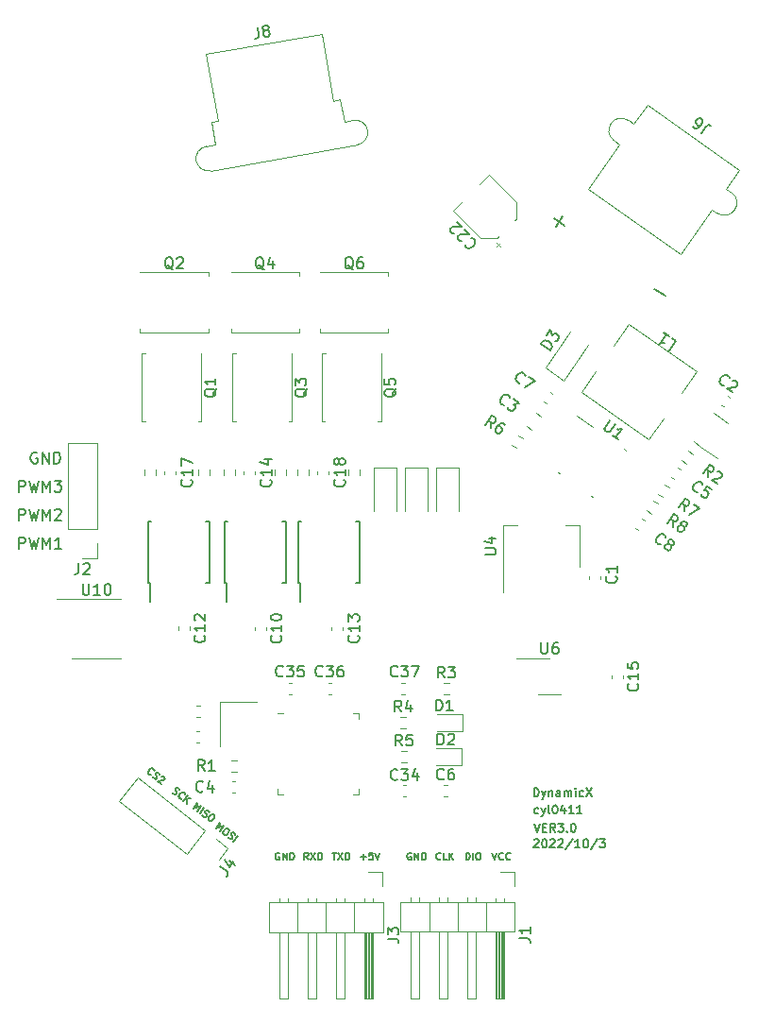
<source format=gbr>
%TF.GenerationSoftware,KiCad,Pcbnew,(6.0.6)*%
%TF.CreationDate,2022-10-05T22:51:16+08:00*%
%TF.ProjectId,rm_foc_driver,726d5f66-6f63-45f6-9472-697665722e6b,rev?*%
%TF.SameCoordinates,Original*%
%TF.FileFunction,Legend,Top*%
%TF.FilePolarity,Positive*%
%FSLAX46Y46*%
G04 Gerber Fmt 4.6, Leading zero omitted, Abs format (unit mm)*
G04 Created by KiCad (PCBNEW (6.0.6)) date 2022-10-05 22:51:16*
%MOMM*%
%LPD*%
G01*
G04 APERTURE LIST*
%ADD10C,0.127000*%
%ADD11C,0.152400*%
%ADD12C,0.150000*%
%ADD13C,0.120000*%
G04 APERTURE END LIST*
D10*
X159853690Y-128811261D02*
X160216547Y-128811261D01*
X160035119Y-129446261D02*
X160035119Y-128811261D01*
X160367738Y-128811261D02*
X160791071Y-129446261D01*
X160791071Y-128811261D02*
X160367738Y-129446261D01*
X161032976Y-129446261D02*
X161032976Y-128811261D01*
X161184166Y-128811261D01*
X161274880Y-128841500D01*
X161335357Y-128901976D01*
X161365595Y-128962452D01*
X161395833Y-129083404D01*
X161395833Y-129174119D01*
X161365595Y-129295071D01*
X161335357Y-129355547D01*
X161274880Y-129416023D01*
X161184166Y-129446261D01*
X161032976Y-129446261D01*
X149404821Y-126612023D02*
X149795766Y-126111636D01*
X149683315Y-126599370D01*
X150129358Y-126372266D01*
X149738412Y-126872653D01*
X150462949Y-126632896D02*
X150558261Y-126707362D01*
X150587300Y-126768423D01*
X150597723Y-126853311D01*
X150547085Y-126967239D01*
X150416770Y-127134035D01*
X150318477Y-127210730D01*
X150233588Y-127221153D01*
X150167315Y-127207749D01*
X150072004Y-127133283D01*
X150042964Y-127072222D01*
X150032541Y-126987333D01*
X150083179Y-126873405D01*
X150213494Y-126706609D01*
X150311788Y-126629914D01*
X150396676Y-126619491D01*
X150462949Y-126632896D01*
X150495695Y-127425934D02*
X150548563Y-127505611D01*
X150667702Y-127598694D01*
X150733975Y-127612098D01*
X150776419Y-127606887D01*
X150837480Y-127577848D01*
X150874713Y-127530192D01*
X150888118Y-127463919D01*
X150882906Y-127421475D01*
X150853867Y-127360414D01*
X150777171Y-127262120D01*
X150748132Y-127201060D01*
X150742920Y-127158615D01*
X150756325Y-127092343D01*
X150793558Y-127044687D01*
X150854619Y-127015648D01*
X150897063Y-127010436D01*
X150963336Y-127023841D01*
X151082475Y-127116923D01*
X151135343Y-127196600D01*
X150977466Y-127840707D02*
X151368411Y-127340320D01*
X169548023Y-129385785D02*
X169517785Y-129416023D01*
X169427071Y-129446261D01*
X169366595Y-129446261D01*
X169275880Y-129416023D01*
X169215404Y-129355547D01*
X169185166Y-129295071D01*
X169154928Y-129174119D01*
X169154928Y-129083404D01*
X169185166Y-128962452D01*
X169215404Y-128901976D01*
X169275880Y-128841500D01*
X169366595Y-128811261D01*
X169427071Y-128811261D01*
X169517785Y-128841500D01*
X169548023Y-128871738D01*
X170122547Y-129446261D02*
X169820166Y-129446261D01*
X169820166Y-128811261D01*
X170334214Y-129446261D02*
X170334214Y-128811261D01*
X170697071Y-129446261D02*
X170424928Y-129083404D01*
X170697071Y-128811261D02*
X170334214Y-129174119D01*
X155091190Y-128841500D02*
X155030714Y-128811261D01*
X154940000Y-128811261D01*
X154849285Y-128841500D01*
X154788809Y-128901976D01*
X154758571Y-128962452D01*
X154728333Y-129083404D01*
X154728333Y-129174119D01*
X154758571Y-129295071D01*
X154788809Y-129355547D01*
X154849285Y-129416023D01*
X154940000Y-129446261D01*
X155000476Y-129446261D01*
X155091190Y-129416023D01*
X155121428Y-129385785D01*
X155121428Y-129174119D01*
X155000476Y-129174119D01*
X155393571Y-129446261D02*
X155393571Y-128811261D01*
X155756428Y-129446261D01*
X155756428Y-128811261D01*
X156058809Y-129446261D02*
X156058809Y-128811261D01*
X156210000Y-128811261D01*
X156300714Y-128841500D01*
X156361190Y-128901976D01*
X156391428Y-128962452D01*
X156421666Y-129083404D01*
X156421666Y-129174119D01*
X156391428Y-129295071D01*
X156361190Y-129355547D01*
X156300714Y-129416023D01*
X156210000Y-129446261D01*
X156058809Y-129446261D01*
X166902190Y-128841500D02*
X166841714Y-128811261D01*
X166751000Y-128811261D01*
X166660285Y-128841500D01*
X166599809Y-128901976D01*
X166569571Y-128962452D01*
X166539333Y-129083404D01*
X166539333Y-129174119D01*
X166569571Y-129295071D01*
X166599809Y-129355547D01*
X166660285Y-129416023D01*
X166751000Y-129446261D01*
X166811476Y-129446261D01*
X166902190Y-129416023D01*
X166932428Y-129385785D01*
X166932428Y-129174119D01*
X166811476Y-129174119D01*
X167204571Y-129446261D02*
X167204571Y-128811261D01*
X167567428Y-129446261D01*
X167567428Y-128811261D01*
X167869809Y-129446261D02*
X167869809Y-128811261D01*
X168021000Y-128811261D01*
X168111714Y-128841500D01*
X168172190Y-128901976D01*
X168202428Y-128962452D01*
X168232666Y-129083404D01*
X168232666Y-129174119D01*
X168202428Y-129295071D01*
X168172190Y-129355547D01*
X168111714Y-129416023D01*
X168021000Y-129446261D01*
X167869809Y-129446261D01*
X174159333Y-128811261D02*
X174371000Y-129446261D01*
X174582666Y-128811261D01*
X175157190Y-129385785D02*
X175126952Y-129416023D01*
X175036238Y-129446261D01*
X174975761Y-129446261D01*
X174885047Y-129416023D01*
X174824571Y-129355547D01*
X174794333Y-129295071D01*
X174764095Y-129174119D01*
X174764095Y-129083404D01*
X174794333Y-128962452D01*
X174824571Y-128901976D01*
X174885047Y-128841500D01*
X174975761Y-128811261D01*
X175036238Y-128811261D01*
X175126952Y-128841500D01*
X175157190Y-128871738D01*
X175792190Y-129385785D02*
X175761952Y-129416023D01*
X175671238Y-129446261D01*
X175610761Y-129446261D01*
X175520047Y-129416023D01*
X175459571Y-129355547D01*
X175429333Y-129295071D01*
X175399095Y-129174119D01*
X175399095Y-129083404D01*
X175429333Y-128962452D01*
X175459571Y-128901976D01*
X175520047Y-128841500D01*
X175610761Y-128811261D01*
X175671238Y-128811261D01*
X175761952Y-128841500D01*
X175792190Y-128871738D01*
D11*
X177945142Y-126201714D02*
X178199142Y-126963714D01*
X178453142Y-126201714D01*
X178707142Y-126564571D02*
X178961142Y-126564571D01*
X179070000Y-126963714D02*
X178707142Y-126963714D01*
X178707142Y-126201714D01*
X179070000Y-126201714D01*
X179832000Y-126963714D02*
X179578000Y-126600857D01*
X179396571Y-126963714D02*
X179396571Y-126201714D01*
X179686857Y-126201714D01*
X179759428Y-126238000D01*
X179795714Y-126274285D01*
X179832000Y-126346857D01*
X179832000Y-126455714D01*
X179795714Y-126528285D01*
X179759428Y-126564571D01*
X179686857Y-126600857D01*
X179396571Y-126600857D01*
X180086000Y-126201714D02*
X180557714Y-126201714D01*
X180303714Y-126492000D01*
X180412571Y-126492000D01*
X180485142Y-126528285D01*
X180521428Y-126564571D01*
X180557714Y-126637142D01*
X180557714Y-126818571D01*
X180521428Y-126891142D01*
X180485142Y-126927428D01*
X180412571Y-126963714D01*
X180194857Y-126963714D01*
X180122285Y-126927428D01*
X180086000Y-126891142D01*
X180884285Y-126891142D02*
X180920571Y-126927428D01*
X180884285Y-126963714D01*
X180848000Y-126927428D01*
X180884285Y-126891142D01*
X180884285Y-126963714D01*
X181392285Y-126201714D02*
X181464857Y-126201714D01*
X181537428Y-126238000D01*
X181573714Y-126274285D01*
X181610000Y-126346857D01*
X181646285Y-126492000D01*
X181646285Y-126673428D01*
X181610000Y-126818571D01*
X181573714Y-126891142D01*
X181537428Y-126927428D01*
X181464857Y-126963714D01*
X181392285Y-126963714D01*
X181319714Y-126927428D01*
X181283428Y-126891142D01*
X181247142Y-126818571D01*
X181210857Y-126673428D01*
X181210857Y-126492000D01*
X181247142Y-126346857D01*
X181283428Y-126274285D01*
X181319714Y-126238000D01*
X181392285Y-126201714D01*
D10*
X145502405Y-123397893D02*
X145555273Y-123477571D01*
X145674412Y-123570653D01*
X145740685Y-123584058D01*
X145783129Y-123578846D01*
X145844190Y-123549807D01*
X145881423Y-123502151D01*
X145894828Y-123435879D01*
X145889616Y-123393434D01*
X145860577Y-123332373D01*
X145783881Y-123234080D01*
X145754842Y-123173019D01*
X145749630Y-123130575D01*
X145763035Y-123064302D01*
X145800268Y-123016646D01*
X145861329Y-122987607D01*
X145903773Y-122982395D01*
X145970046Y-122995800D01*
X146089185Y-123088882D01*
X146142053Y-123168560D01*
X146307344Y-123988408D02*
X146264900Y-123993619D01*
X146174799Y-123961598D01*
X146127143Y-123924365D01*
X146074276Y-123844688D01*
X146063853Y-123759799D01*
X146077258Y-123693527D01*
X146127896Y-123579598D01*
X146183745Y-123508115D01*
X146282039Y-123431419D01*
X146343099Y-123402380D01*
X146427988Y-123391957D01*
X146518088Y-123423978D01*
X146565744Y-123461211D01*
X146618612Y-123540888D01*
X146623823Y-123583333D01*
X146484563Y-124203611D02*
X146875508Y-123703225D01*
X146770498Y-124427009D02*
X146779444Y-123973525D01*
X147161443Y-123926622D02*
X146652110Y-123989160D01*
X143556699Y-121847387D02*
X143514255Y-121852599D01*
X143424154Y-121820577D01*
X143376498Y-121783345D01*
X143323631Y-121703667D01*
X143313208Y-121618779D01*
X143326613Y-121552506D01*
X143377251Y-121438578D01*
X143433100Y-121367094D01*
X143531394Y-121290399D01*
X143592455Y-121261359D01*
X143677343Y-121250936D01*
X143767444Y-121282958D01*
X143815099Y-121320191D01*
X143867967Y-121399868D01*
X143873178Y-121442312D01*
X143728706Y-122020147D02*
X143781574Y-122099824D01*
X143900713Y-122192906D01*
X143966986Y-122206311D01*
X144009430Y-122201099D01*
X144070491Y-122172060D01*
X144107724Y-122124404D01*
X144121129Y-122058132D01*
X144115917Y-122015687D01*
X144086878Y-121954627D01*
X144010182Y-121856333D01*
X143981143Y-121795272D01*
X143975931Y-121752828D01*
X143989336Y-121686555D01*
X144026569Y-121638900D01*
X144087630Y-121609860D01*
X144130074Y-121604649D01*
X144196347Y-121618053D01*
X144315486Y-121711136D01*
X144368354Y-121790813D01*
X144540361Y-121963572D02*
X144582805Y-121958361D01*
X144649077Y-121971766D01*
X144768217Y-122064848D01*
X144797257Y-122125909D01*
X144802468Y-122168353D01*
X144789063Y-122234625D01*
X144751830Y-122282281D01*
X144672153Y-122335149D01*
X144162821Y-122397687D01*
X144472584Y-122639700D01*
X147372821Y-124834023D02*
X147763766Y-124333636D01*
X147651315Y-124821370D01*
X148097358Y-124594266D01*
X147706412Y-125094653D01*
X147944692Y-125280817D02*
X148335637Y-124780430D01*
X148177760Y-125424537D02*
X148230627Y-125504214D01*
X148349767Y-125597296D01*
X148416039Y-125610701D01*
X148458484Y-125605490D01*
X148519544Y-125576450D01*
X148556777Y-125528794D01*
X148570182Y-125462522D01*
X148564971Y-125420078D01*
X148535931Y-125359017D01*
X148459236Y-125260723D01*
X148430196Y-125199663D01*
X148424985Y-125157218D01*
X148438390Y-125090946D01*
X148475623Y-125043290D01*
X148536684Y-125014250D01*
X148579128Y-125009039D01*
X148645400Y-125022444D01*
X148764540Y-125115526D01*
X148817407Y-125195203D01*
X149145787Y-125413389D02*
X149241099Y-125487855D01*
X149270138Y-125548915D01*
X149280561Y-125633804D01*
X149229924Y-125747732D01*
X149099609Y-125914528D01*
X149001315Y-125991223D01*
X148916426Y-126001646D01*
X148850154Y-125988241D01*
X148754842Y-125913776D01*
X148725803Y-125852715D01*
X148715380Y-125767826D01*
X148766017Y-125653898D01*
X148896332Y-125487102D01*
X148994626Y-125410407D01*
X149079515Y-125399984D01*
X149145787Y-125413389D01*
X171815880Y-129446261D02*
X171815880Y-128811261D01*
X171967071Y-128811261D01*
X172057785Y-128841500D01*
X172118261Y-128901976D01*
X172148500Y-128962452D01*
X172178738Y-129083404D01*
X172178738Y-129174119D01*
X172148500Y-129295071D01*
X172118261Y-129355547D01*
X172057785Y-129416023D01*
X171967071Y-129446261D01*
X171815880Y-129446261D01*
X172450880Y-129446261D02*
X172450880Y-128811261D01*
X172874214Y-128811261D02*
X172995166Y-128811261D01*
X173055642Y-128841500D01*
X173116119Y-128901976D01*
X173146357Y-129022928D01*
X173146357Y-129234595D01*
X173116119Y-129355547D01*
X173055642Y-129416023D01*
X172995166Y-129446261D01*
X172874214Y-129446261D01*
X172813738Y-129416023D01*
X172753261Y-129355547D01*
X172723023Y-129234595D01*
X172723023Y-129022928D01*
X172753261Y-128901976D01*
X172813738Y-128841500D01*
X172874214Y-128811261D01*
D11*
X177908857Y-127671285D02*
X177945142Y-127635000D01*
X178017714Y-127598714D01*
X178199142Y-127598714D01*
X178271714Y-127635000D01*
X178308000Y-127671285D01*
X178344285Y-127743857D01*
X178344285Y-127816428D01*
X178308000Y-127925285D01*
X177872571Y-128360714D01*
X178344285Y-128360714D01*
X178816000Y-127598714D02*
X178888571Y-127598714D01*
X178961142Y-127635000D01*
X178997428Y-127671285D01*
X179033714Y-127743857D01*
X179070000Y-127889000D01*
X179070000Y-128070428D01*
X179033714Y-128215571D01*
X178997428Y-128288142D01*
X178961142Y-128324428D01*
X178888571Y-128360714D01*
X178816000Y-128360714D01*
X178743428Y-128324428D01*
X178707142Y-128288142D01*
X178670857Y-128215571D01*
X178634571Y-128070428D01*
X178634571Y-127889000D01*
X178670857Y-127743857D01*
X178707142Y-127671285D01*
X178743428Y-127635000D01*
X178816000Y-127598714D01*
X179360285Y-127671285D02*
X179396571Y-127635000D01*
X179469142Y-127598714D01*
X179650571Y-127598714D01*
X179723142Y-127635000D01*
X179759428Y-127671285D01*
X179795714Y-127743857D01*
X179795714Y-127816428D01*
X179759428Y-127925285D01*
X179324000Y-128360714D01*
X179795714Y-128360714D01*
X180086000Y-127671285D02*
X180122285Y-127635000D01*
X180194857Y-127598714D01*
X180376285Y-127598714D01*
X180448857Y-127635000D01*
X180485142Y-127671285D01*
X180521428Y-127743857D01*
X180521428Y-127816428D01*
X180485142Y-127925285D01*
X180049714Y-128360714D01*
X180521428Y-128360714D01*
X181392285Y-127562428D02*
X180739142Y-128542142D01*
X182045428Y-128360714D02*
X181610000Y-128360714D01*
X181827714Y-128360714D02*
X181827714Y-127598714D01*
X181755142Y-127707571D01*
X181682571Y-127780142D01*
X181610000Y-127816428D01*
X182517142Y-127598714D02*
X182589714Y-127598714D01*
X182662285Y-127635000D01*
X182698571Y-127671285D01*
X182734857Y-127743857D01*
X182771142Y-127889000D01*
X182771142Y-128070428D01*
X182734857Y-128215571D01*
X182698571Y-128288142D01*
X182662285Y-128324428D01*
X182589714Y-128360714D01*
X182517142Y-128360714D01*
X182444571Y-128324428D01*
X182408285Y-128288142D01*
X182372000Y-128215571D01*
X182335714Y-128070428D01*
X182335714Y-127889000D01*
X182372000Y-127743857D01*
X182408285Y-127671285D01*
X182444571Y-127635000D01*
X182517142Y-127598714D01*
X183642000Y-127562428D02*
X182988857Y-128542142D01*
X183823428Y-127598714D02*
X184295142Y-127598714D01*
X184041142Y-127889000D01*
X184150000Y-127889000D01*
X184222571Y-127925285D01*
X184258857Y-127961571D01*
X184295142Y-128034142D01*
X184295142Y-128215571D01*
X184258857Y-128288142D01*
X184222571Y-128324428D01*
X184150000Y-128360714D01*
X183932285Y-128360714D01*
X183859714Y-128324428D01*
X183823428Y-128288142D01*
D10*
X157691666Y-129446261D02*
X157480000Y-129143880D01*
X157328809Y-129446261D02*
X157328809Y-128811261D01*
X157570714Y-128811261D01*
X157631190Y-128841500D01*
X157661428Y-128871738D01*
X157691666Y-128932214D01*
X157691666Y-129022928D01*
X157661428Y-129083404D01*
X157631190Y-129113642D01*
X157570714Y-129143880D01*
X157328809Y-129143880D01*
X157903333Y-128811261D02*
X158326666Y-129446261D01*
X158326666Y-128811261D02*
X157903333Y-129446261D01*
X158568571Y-129446261D02*
X158568571Y-128811261D01*
X158719761Y-128811261D01*
X158810476Y-128841500D01*
X158870952Y-128901976D01*
X158901190Y-128962452D01*
X158931428Y-129083404D01*
X158931428Y-129174119D01*
X158901190Y-129295071D01*
X158870952Y-129355547D01*
X158810476Y-129416023D01*
X158719761Y-129446261D01*
X158568571Y-129446261D01*
D12*
X131723047Y-99004380D02*
X131723047Y-98004380D01*
X132104000Y-98004380D01*
X132199238Y-98052000D01*
X132246857Y-98099619D01*
X132294476Y-98194857D01*
X132294476Y-98337714D01*
X132246857Y-98432952D01*
X132199238Y-98480571D01*
X132104000Y-98528190D01*
X131723047Y-98528190D01*
X132627809Y-98004380D02*
X132865904Y-99004380D01*
X133056380Y-98290095D01*
X133246857Y-99004380D01*
X133484952Y-98004380D01*
X133865904Y-99004380D02*
X133865904Y-98004380D01*
X134199238Y-98718666D01*
X134532571Y-98004380D01*
X134532571Y-99004380D01*
X134961142Y-98099619D02*
X135008761Y-98052000D01*
X135104000Y-98004380D01*
X135342095Y-98004380D01*
X135437333Y-98052000D01*
X135484952Y-98099619D01*
X135532571Y-98194857D01*
X135532571Y-98290095D01*
X135484952Y-98432952D01*
X134913523Y-99004380D01*
X135532571Y-99004380D01*
X131723047Y-96464380D02*
X131723047Y-95464380D01*
X132104000Y-95464380D01*
X132199238Y-95512000D01*
X132246857Y-95559619D01*
X132294476Y-95654857D01*
X132294476Y-95797714D01*
X132246857Y-95892952D01*
X132199238Y-95940571D01*
X132104000Y-95988190D01*
X131723047Y-95988190D01*
X132627809Y-95464380D02*
X132865904Y-96464380D01*
X133056380Y-95750095D01*
X133246857Y-96464380D01*
X133484952Y-95464380D01*
X133865904Y-96464380D02*
X133865904Y-95464380D01*
X134199238Y-96178666D01*
X134532571Y-95464380D01*
X134532571Y-96464380D01*
X134913523Y-95464380D02*
X135532571Y-95464380D01*
X135199238Y-95845333D01*
X135342095Y-95845333D01*
X135437333Y-95892952D01*
X135484952Y-95940571D01*
X135532571Y-96035809D01*
X135532571Y-96273904D01*
X135484952Y-96369142D01*
X135437333Y-96416761D01*
X135342095Y-96464380D01*
X135056380Y-96464380D01*
X134961142Y-96416761D01*
X134913523Y-96369142D01*
X131723047Y-101544380D02*
X131723047Y-100544380D01*
X132104000Y-100544380D01*
X132199238Y-100592000D01*
X132246857Y-100639619D01*
X132294476Y-100734857D01*
X132294476Y-100877714D01*
X132246857Y-100972952D01*
X132199238Y-101020571D01*
X132104000Y-101068190D01*
X131723047Y-101068190D01*
X132627809Y-100544380D02*
X132865904Y-101544380D01*
X133056380Y-100830095D01*
X133246857Y-101544380D01*
X133484952Y-100544380D01*
X133865904Y-101544380D02*
X133865904Y-100544380D01*
X134199238Y-101258666D01*
X134532571Y-100544380D01*
X134532571Y-101544380D01*
X135532571Y-101544380D02*
X134961142Y-101544380D01*
X135246857Y-101544380D02*
X135246857Y-100544380D01*
X135151619Y-100687238D01*
X135056380Y-100782476D01*
X134961142Y-100830095D01*
X133350095Y-92972000D02*
X133254857Y-92924380D01*
X133112000Y-92924380D01*
X132969142Y-92972000D01*
X132873904Y-93067238D01*
X132826285Y-93162476D01*
X132778666Y-93352952D01*
X132778666Y-93495809D01*
X132826285Y-93686285D01*
X132873904Y-93781523D01*
X132969142Y-93876761D01*
X133112000Y-93924380D01*
X133207238Y-93924380D01*
X133350095Y-93876761D01*
X133397714Y-93829142D01*
X133397714Y-93495809D01*
X133207238Y-93495809D01*
X133826285Y-93924380D02*
X133826285Y-92924380D01*
X134397714Y-93924380D01*
X134397714Y-92924380D01*
X134873904Y-93924380D02*
X134873904Y-92924380D01*
X135112000Y-92924380D01*
X135254857Y-92972000D01*
X135350095Y-93067238D01*
X135397714Y-93162476D01*
X135445333Y-93352952D01*
X135445333Y-93495809D01*
X135397714Y-93686285D01*
X135350095Y-93781523D01*
X135254857Y-93876761D01*
X135112000Y-93924380D01*
X134873904Y-93924380D01*
D11*
X178326142Y-125276428D02*
X178253571Y-125312714D01*
X178108428Y-125312714D01*
X178035857Y-125276428D01*
X177999571Y-125240142D01*
X177963285Y-125167571D01*
X177963285Y-124949857D01*
X177999571Y-124877285D01*
X178035857Y-124841000D01*
X178108428Y-124804714D01*
X178253571Y-124804714D01*
X178326142Y-124841000D01*
X178580142Y-124804714D02*
X178761571Y-125312714D01*
X178943000Y-124804714D02*
X178761571Y-125312714D01*
X178689000Y-125494142D01*
X178652714Y-125530428D01*
X178580142Y-125566714D01*
X179342142Y-125312714D02*
X179269571Y-125276428D01*
X179233285Y-125203857D01*
X179233285Y-124550714D01*
X179777571Y-124550714D02*
X179850142Y-124550714D01*
X179922714Y-124587000D01*
X179959000Y-124623285D01*
X179995285Y-124695857D01*
X180031571Y-124841000D01*
X180031571Y-125022428D01*
X179995285Y-125167571D01*
X179959000Y-125240142D01*
X179922714Y-125276428D01*
X179850142Y-125312714D01*
X179777571Y-125312714D01*
X179705000Y-125276428D01*
X179668714Y-125240142D01*
X179632428Y-125167571D01*
X179596142Y-125022428D01*
X179596142Y-124841000D01*
X179632428Y-124695857D01*
X179668714Y-124623285D01*
X179705000Y-124587000D01*
X179777571Y-124550714D01*
X180684714Y-124804714D02*
X180684714Y-125312714D01*
X180503285Y-124514428D02*
X180321857Y-125058714D01*
X180793571Y-125058714D01*
X181483000Y-125312714D02*
X181047571Y-125312714D01*
X181265285Y-125312714D02*
X181265285Y-124550714D01*
X181192714Y-124659571D01*
X181120142Y-124732142D01*
X181047571Y-124768428D01*
X182208714Y-125312714D02*
X181773285Y-125312714D01*
X181991000Y-125312714D02*
X181991000Y-124550714D01*
X181918428Y-124659571D01*
X181845857Y-124732142D01*
X181773285Y-124768428D01*
D10*
X162378571Y-129204357D02*
X162862380Y-129204357D01*
X162620476Y-129446261D02*
X162620476Y-128962452D01*
X163467142Y-128811261D02*
X163164761Y-128811261D01*
X163134523Y-129113642D01*
X163164761Y-129083404D01*
X163225238Y-129053166D01*
X163376428Y-129053166D01*
X163436904Y-129083404D01*
X163467142Y-129113642D01*
X163497380Y-129174119D01*
X163497380Y-129325309D01*
X163467142Y-129385785D01*
X163436904Y-129416023D01*
X163376428Y-129446261D01*
X163225238Y-129446261D01*
X163164761Y-129416023D01*
X163134523Y-129385785D01*
X163678809Y-128811261D02*
X163890476Y-129446261D01*
X164102142Y-128811261D01*
D11*
X177908857Y-123788714D02*
X177908857Y-123026714D01*
X178090285Y-123026714D01*
X178199142Y-123063000D01*
X178271714Y-123135571D01*
X178308000Y-123208142D01*
X178344285Y-123353285D01*
X178344285Y-123462142D01*
X178308000Y-123607285D01*
X178271714Y-123679857D01*
X178199142Y-123752428D01*
X178090285Y-123788714D01*
X177908857Y-123788714D01*
X178598285Y-123280714D02*
X178779714Y-123788714D01*
X178961142Y-123280714D02*
X178779714Y-123788714D01*
X178707142Y-123970142D01*
X178670857Y-124006428D01*
X178598285Y-124042714D01*
X179251428Y-123280714D02*
X179251428Y-123788714D01*
X179251428Y-123353285D02*
X179287714Y-123317000D01*
X179360285Y-123280714D01*
X179469142Y-123280714D01*
X179541714Y-123317000D01*
X179578000Y-123389571D01*
X179578000Y-123788714D01*
X180267428Y-123788714D02*
X180267428Y-123389571D01*
X180231142Y-123317000D01*
X180158571Y-123280714D01*
X180013428Y-123280714D01*
X179940857Y-123317000D01*
X180267428Y-123752428D02*
X180194857Y-123788714D01*
X180013428Y-123788714D01*
X179940857Y-123752428D01*
X179904571Y-123679857D01*
X179904571Y-123607285D01*
X179940857Y-123534714D01*
X180013428Y-123498428D01*
X180194857Y-123498428D01*
X180267428Y-123462142D01*
X180630285Y-123788714D02*
X180630285Y-123280714D01*
X180630285Y-123353285D02*
X180666571Y-123317000D01*
X180739142Y-123280714D01*
X180848000Y-123280714D01*
X180920571Y-123317000D01*
X180956857Y-123389571D01*
X180956857Y-123788714D01*
X180956857Y-123389571D02*
X180993142Y-123317000D01*
X181065714Y-123280714D01*
X181174571Y-123280714D01*
X181247142Y-123317000D01*
X181283428Y-123389571D01*
X181283428Y-123788714D01*
X181646285Y-123788714D02*
X181646285Y-123280714D01*
X181646285Y-123026714D02*
X181610000Y-123063000D01*
X181646285Y-123099285D01*
X181682571Y-123063000D01*
X181646285Y-123026714D01*
X181646285Y-123099285D01*
X182335714Y-123752428D02*
X182263142Y-123788714D01*
X182118000Y-123788714D01*
X182045428Y-123752428D01*
X182009142Y-123716142D01*
X181972857Y-123643571D01*
X181972857Y-123425857D01*
X182009142Y-123353285D01*
X182045428Y-123317000D01*
X182118000Y-123280714D01*
X182263142Y-123280714D01*
X182335714Y-123317000D01*
X182589714Y-123026714D02*
X183097714Y-123788714D01*
X183097714Y-123026714D02*
X182589714Y-123788714D01*
D12*
%TO.C,Q5*%
X165591619Y-87217238D02*
X165544000Y-87312476D01*
X165448761Y-87407714D01*
X165305904Y-87550571D01*
X165258285Y-87645809D01*
X165258285Y-87741047D01*
X165496380Y-87693428D02*
X165448761Y-87788666D01*
X165353523Y-87883904D01*
X165163047Y-87931523D01*
X164829714Y-87931523D01*
X164639238Y-87883904D01*
X164544000Y-87788666D01*
X164496380Y-87693428D01*
X164496380Y-87502952D01*
X164544000Y-87407714D01*
X164639238Y-87312476D01*
X164829714Y-87264857D01*
X165163047Y-87264857D01*
X165353523Y-87312476D01*
X165448761Y-87407714D01*
X165496380Y-87502952D01*
X165496380Y-87693428D01*
X164496380Y-86360095D02*
X164496380Y-86836285D01*
X164972571Y-86883904D01*
X164924952Y-86836285D01*
X164877333Y-86741047D01*
X164877333Y-86502952D01*
X164924952Y-86407714D01*
X164972571Y-86360095D01*
X165067809Y-86312476D01*
X165305904Y-86312476D01*
X165401142Y-86360095D01*
X165448761Y-86407714D01*
X165496380Y-86502952D01*
X165496380Y-86741047D01*
X165448761Y-86836285D01*
X165401142Y-86883904D01*
%TO.C,R6*%
X174036742Y-90785998D02*
X174036823Y-90204734D01*
X173568655Y-90458240D02*
X174142232Y-89639088D01*
X174454290Y-89857594D01*
X174504991Y-89951227D01*
X174516685Y-90017547D01*
X174501066Y-90122875D01*
X174419126Y-90239897D01*
X174325493Y-90290598D01*
X174259172Y-90302292D01*
X174153845Y-90286673D01*
X173841787Y-90068168D01*
X175312449Y-90458483D02*
X175156420Y-90349230D01*
X175051092Y-90333611D01*
X174984772Y-90345305D01*
X174824818Y-90407701D01*
X174676558Y-90536417D01*
X174458053Y-90848475D01*
X174442434Y-90953802D01*
X174454128Y-91020123D01*
X174504829Y-91113756D01*
X174660858Y-91223009D01*
X174766186Y-91238628D01*
X174832506Y-91226934D01*
X174926140Y-91176233D01*
X175062705Y-90981196D01*
X175078324Y-90875869D01*
X175066630Y-90809548D01*
X175015929Y-90715915D01*
X174859900Y-90606662D01*
X174754572Y-90591043D01*
X174688252Y-90602737D01*
X174594618Y-90653438D01*
%TO.C,C34*%
X165668142Y-122218142D02*
X165620523Y-122265761D01*
X165477666Y-122313380D01*
X165382428Y-122313380D01*
X165239571Y-122265761D01*
X165144333Y-122170523D01*
X165096714Y-122075285D01*
X165049095Y-121884809D01*
X165049095Y-121741952D01*
X165096714Y-121551476D01*
X165144333Y-121456238D01*
X165239571Y-121361000D01*
X165382428Y-121313380D01*
X165477666Y-121313380D01*
X165620523Y-121361000D01*
X165668142Y-121408619D01*
X166001476Y-121313380D02*
X166620523Y-121313380D01*
X166287190Y-121694333D01*
X166430047Y-121694333D01*
X166525285Y-121741952D01*
X166572904Y-121789571D01*
X166620523Y-121884809D01*
X166620523Y-122122904D01*
X166572904Y-122218142D01*
X166525285Y-122265761D01*
X166430047Y-122313380D01*
X166144333Y-122313380D01*
X166049095Y-122265761D01*
X166001476Y-122218142D01*
X167477666Y-121646714D02*
X167477666Y-122313380D01*
X167239571Y-121265761D02*
X167001476Y-121980047D01*
X167620523Y-121980047D01*
%TO.C,C14*%
X154281142Y-95384857D02*
X154328761Y-95432476D01*
X154376380Y-95575333D01*
X154376380Y-95670571D01*
X154328761Y-95813428D01*
X154233523Y-95908666D01*
X154138285Y-95956285D01*
X153947809Y-96003904D01*
X153804952Y-96003904D01*
X153614476Y-95956285D01*
X153519238Y-95908666D01*
X153424000Y-95813428D01*
X153376380Y-95670571D01*
X153376380Y-95575333D01*
X153424000Y-95432476D01*
X153471619Y-95384857D01*
X154376380Y-94432476D02*
X154376380Y-95003904D01*
X154376380Y-94718190D02*
X153376380Y-94718190D01*
X153519238Y-94813428D01*
X153614476Y-94908666D01*
X153662095Y-95003904D01*
X153709714Y-93575333D02*
X154376380Y-93575333D01*
X153328761Y-93813428D02*
X154043047Y-94051523D01*
X154043047Y-93432476D01*
%TO.C,U10*%
X137445904Y-104714380D02*
X137445904Y-105523904D01*
X137493523Y-105619142D01*
X137541142Y-105666761D01*
X137636380Y-105714380D01*
X137826857Y-105714380D01*
X137922095Y-105666761D01*
X137969714Y-105619142D01*
X138017333Y-105523904D01*
X138017333Y-104714380D01*
X139017333Y-105714380D02*
X138445904Y-105714380D01*
X138731619Y-105714380D02*
X138731619Y-104714380D01*
X138636380Y-104857238D01*
X138541142Y-104952476D01*
X138445904Y-105000095D01*
X139636380Y-104714380D02*
X139731619Y-104714380D01*
X139826857Y-104762000D01*
X139874476Y-104809619D01*
X139922095Y-104904857D01*
X139969714Y-105095333D01*
X139969714Y-105333428D01*
X139922095Y-105523904D01*
X139874476Y-105619142D01*
X139826857Y-105666761D01*
X139731619Y-105714380D01*
X139636380Y-105714380D01*
X139541142Y-105666761D01*
X139493523Y-105619142D01*
X139445904Y-105523904D01*
X139398285Y-105333428D01*
X139398285Y-105095333D01*
X139445904Y-104904857D01*
X139493523Y-104809619D01*
X139541142Y-104762000D01*
X139636380Y-104714380D01*
%TO.C,Q1*%
X149462619Y-87217238D02*
X149415000Y-87312476D01*
X149319761Y-87407714D01*
X149176904Y-87550571D01*
X149129285Y-87645809D01*
X149129285Y-87741047D01*
X149367380Y-87693428D02*
X149319761Y-87788666D01*
X149224523Y-87883904D01*
X149034047Y-87931523D01*
X148700714Y-87931523D01*
X148510238Y-87883904D01*
X148415000Y-87788666D01*
X148367380Y-87693428D01*
X148367380Y-87502952D01*
X148415000Y-87407714D01*
X148510238Y-87312476D01*
X148700714Y-87264857D01*
X149034047Y-87264857D01*
X149224523Y-87312476D01*
X149319761Y-87407714D01*
X149367380Y-87502952D01*
X149367380Y-87693428D01*
X149367380Y-86312476D02*
X149367380Y-86883904D01*
X149367380Y-86598190D02*
X148367380Y-86598190D01*
X148510238Y-86693428D01*
X148605476Y-86788666D01*
X148653095Y-86883904D01*
%TO.C,C1*%
X185269142Y-104039666D02*
X185316761Y-104087285D01*
X185364380Y-104230142D01*
X185364380Y-104325380D01*
X185316761Y-104468238D01*
X185221523Y-104563476D01*
X185126285Y-104611095D01*
X184935809Y-104658714D01*
X184792952Y-104658714D01*
X184602476Y-104611095D01*
X184507238Y-104563476D01*
X184412000Y-104468238D01*
X184364380Y-104325380D01*
X184364380Y-104230142D01*
X184412000Y-104087285D01*
X184459619Y-104039666D01*
X185364380Y-103087285D02*
X185364380Y-103658714D01*
X185364380Y-103373000D02*
X184364380Y-103373000D01*
X184507238Y-103468238D01*
X184602476Y-103563476D01*
X184650095Y-103658714D01*
%TO.C,R3*%
X169890333Y-113136380D02*
X169557000Y-112660190D01*
X169318904Y-113136380D02*
X169318904Y-112136380D01*
X169699857Y-112136380D01*
X169795095Y-112184000D01*
X169842714Y-112231619D01*
X169890333Y-112326857D01*
X169890333Y-112469714D01*
X169842714Y-112564952D01*
X169795095Y-112612571D01*
X169699857Y-112660190D01*
X169318904Y-112660190D01*
X170223666Y-112136380D02*
X170842714Y-112136380D01*
X170509380Y-112517333D01*
X170652238Y-112517333D01*
X170747476Y-112564952D01*
X170795095Y-112612571D01*
X170842714Y-112707809D01*
X170842714Y-112945904D01*
X170795095Y-113041142D01*
X170747476Y-113088761D01*
X170652238Y-113136380D01*
X170366523Y-113136380D01*
X170271285Y-113088761D01*
X170223666Y-113041142D01*
%TO.C,C10*%
X155203142Y-109354857D02*
X155250761Y-109402476D01*
X155298380Y-109545333D01*
X155298380Y-109640571D01*
X155250761Y-109783428D01*
X155155523Y-109878666D01*
X155060285Y-109926285D01*
X154869809Y-109973904D01*
X154726952Y-109973904D01*
X154536476Y-109926285D01*
X154441238Y-109878666D01*
X154346000Y-109783428D01*
X154298380Y-109640571D01*
X154298380Y-109545333D01*
X154346000Y-109402476D01*
X154393619Y-109354857D01*
X155298380Y-108402476D02*
X155298380Y-108973904D01*
X155298380Y-108688190D02*
X154298380Y-108688190D01*
X154441238Y-108783428D01*
X154536476Y-108878666D01*
X154584095Y-108973904D01*
X154298380Y-107783428D02*
X154298380Y-107688190D01*
X154346000Y-107592952D01*
X154393619Y-107545333D01*
X154488857Y-107497714D01*
X154679333Y-107450095D01*
X154917428Y-107450095D01*
X155107904Y-107497714D01*
X155203142Y-107545333D01*
X155250761Y-107592952D01*
X155298380Y-107688190D01*
X155298380Y-107783428D01*
X155250761Y-107878666D01*
X155203142Y-107926285D01*
X155107904Y-107973904D01*
X154917428Y-108021523D01*
X154679333Y-108021523D01*
X154488857Y-107973904D01*
X154393619Y-107926285D01*
X154346000Y-107878666D01*
X154298380Y-107783428D01*
%TO.C,C37*%
X165681722Y-112947142D02*
X165634103Y-112994761D01*
X165491246Y-113042380D01*
X165396008Y-113042380D01*
X165253151Y-112994761D01*
X165157913Y-112899523D01*
X165110294Y-112804285D01*
X165062675Y-112613809D01*
X165062675Y-112470952D01*
X165110294Y-112280476D01*
X165157913Y-112185238D01*
X165253151Y-112090000D01*
X165396008Y-112042380D01*
X165491246Y-112042380D01*
X165634103Y-112090000D01*
X165681722Y-112137619D01*
X166015056Y-112042380D02*
X166634103Y-112042380D01*
X166300770Y-112423333D01*
X166443627Y-112423333D01*
X166538865Y-112470952D01*
X166586484Y-112518571D01*
X166634103Y-112613809D01*
X166634103Y-112851904D01*
X166586484Y-112947142D01*
X166538865Y-112994761D01*
X166443627Y-113042380D01*
X166157913Y-113042380D01*
X166062675Y-112994761D01*
X166015056Y-112947142D01*
X166967437Y-112042380D02*
X167634103Y-112042380D01*
X167205532Y-113042380D01*
%TO.C,C18*%
X160885142Y-95384857D02*
X160932761Y-95432476D01*
X160980380Y-95575333D01*
X160980380Y-95670571D01*
X160932761Y-95813428D01*
X160837523Y-95908666D01*
X160742285Y-95956285D01*
X160551809Y-96003904D01*
X160408952Y-96003904D01*
X160218476Y-95956285D01*
X160123238Y-95908666D01*
X160028000Y-95813428D01*
X159980380Y-95670571D01*
X159980380Y-95575333D01*
X160028000Y-95432476D01*
X160075619Y-95384857D01*
X160980380Y-94432476D02*
X160980380Y-95003904D01*
X160980380Y-94718190D02*
X159980380Y-94718190D01*
X160123238Y-94813428D01*
X160218476Y-94908666D01*
X160266095Y-95003904D01*
X160408952Y-93861047D02*
X160361333Y-93956285D01*
X160313714Y-94003904D01*
X160218476Y-94051523D01*
X160170857Y-94051523D01*
X160075619Y-94003904D01*
X160028000Y-93956285D01*
X159980380Y-93861047D01*
X159980380Y-93670571D01*
X160028000Y-93575333D01*
X160075619Y-93527714D01*
X160170857Y-93480095D01*
X160218476Y-93480095D01*
X160313714Y-93527714D01*
X160361333Y-93575333D01*
X160408952Y-93670571D01*
X160408952Y-93861047D01*
X160456571Y-93956285D01*
X160504190Y-94003904D01*
X160599428Y-94051523D01*
X160789904Y-94051523D01*
X160885142Y-94003904D01*
X160932761Y-93956285D01*
X160980380Y-93861047D01*
X160980380Y-93670571D01*
X160932761Y-93575333D01*
X160885142Y-93527714D01*
X160789904Y-93480095D01*
X160599428Y-93480095D01*
X160504190Y-93527714D01*
X160456571Y-93575333D01*
X160408952Y-93670571D01*
%TO.C,U6*%
X178562095Y-109982380D02*
X178562095Y-110791904D01*
X178609714Y-110887142D01*
X178657333Y-110934761D01*
X178752571Y-110982380D01*
X178943047Y-110982380D01*
X179038285Y-110934761D01*
X179085904Y-110887142D01*
X179133523Y-110791904D01*
X179133523Y-109982380D01*
X180038285Y-109982380D02*
X179847809Y-109982380D01*
X179752571Y-110030000D01*
X179704952Y-110077619D01*
X179609714Y-110220476D01*
X179562095Y-110410952D01*
X179562095Y-110791904D01*
X179609714Y-110887142D01*
X179657333Y-110934761D01*
X179752571Y-110982380D01*
X179943047Y-110982380D01*
X180038285Y-110934761D01*
X180085904Y-110887142D01*
X180133523Y-110791904D01*
X180133523Y-110553809D01*
X180085904Y-110458571D01*
X180038285Y-110410952D01*
X179943047Y-110363333D01*
X179752571Y-110363333D01*
X179657333Y-110410952D01*
X179609714Y-110458571D01*
X179562095Y-110553809D01*
%TO.C,C3*%
X175274705Y-88698690D02*
X175208385Y-88710384D01*
X175064050Y-88667452D01*
X174986036Y-88612825D01*
X174896327Y-88491878D01*
X174872939Y-88359238D01*
X174888558Y-88253910D01*
X174958803Y-88070568D01*
X175040743Y-87953546D01*
X175189003Y-87824830D01*
X175282636Y-87774129D01*
X175415277Y-87750741D01*
X175559612Y-87793673D01*
X175637627Y-87848300D01*
X175727335Y-87969246D01*
X175739029Y-88035567D01*
X176066706Y-88148744D02*
X176573800Y-88503815D01*
X176082244Y-88624681D01*
X176199266Y-88706621D01*
X176249967Y-88800254D01*
X176261661Y-88866575D01*
X176246042Y-88971902D01*
X176109477Y-89166939D01*
X176015843Y-89217640D01*
X175949523Y-89229334D01*
X175844195Y-89213715D01*
X175610152Y-89049836D01*
X175559450Y-88956202D01*
X175547756Y-88889882D01*
%TO.C,Q3*%
X157590619Y-87217238D02*
X157543000Y-87312476D01*
X157447761Y-87407714D01*
X157304904Y-87550571D01*
X157257285Y-87645809D01*
X157257285Y-87741047D01*
X157495380Y-87693428D02*
X157447761Y-87788666D01*
X157352523Y-87883904D01*
X157162047Y-87931523D01*
X156828714Y-87931523D01*
X156638238Y-87883904D01*
X156543000Y-87788666D01*
X156495380Y-87693428D01*
X156495380Y-87502952D01*
X156543000Y-87407714D01*
X156638238Y-87312476D01*
X156828714Y-87264857D01*
X157162047Y-87264857D01*
X157352523Y-87312476D01*
X157447761Y-87407714D01*
X157495380Y-87502952D01*
X157495380Y-87693428D01*
X156495380Y-86931523D02*
X156495380Y-86312476D01*
X156876333Y-86645809D01*
X156876333Y-86502952D01*
X156923952Y-86407714D01*
X156971571Y-86360095D01*
X157066809Y-86312476D01*
X157304904Y-86312476D01*
X157400142Y-86360095D01*
X157447761Y-86407714D01*
X157495380Y-86502952D01*
X157495380Y-86788666D01*
X157447761Y-86883904D01*
X157400142Y-86931523D01*
%TO.C,C12*%
X148345142Y-109341857D02*
X148392761Y-109389476D01*
X148440380Y-109532333D01*
X148440380Y-109627571D01*
X148392761Y-109770428D01*
X148297523Y-109865666D01*
X148202285Y-109913285D01*
X148011809Y-109960904D01*
X147868952Y-109960904D01*
X147678476Y-109913285D01*
X147583238Y-109865666D01*
X147488000Y-109770428D01*
X147440380Y-109627571D01*
X147440380Y-109532333D01*
X147488000Y-109389476D01*
X147535619Y-109341857D01*
X148440380Y-108389476D02*
X148440380Y-108960904D01*
X148440380Y-108675190D02*
X147440380Y-108675190D01*
X147583238Y-108770428D01*
X147678476Y-108865666D01*
X147726095Y-108960904D01*
X147535619Y-108008523D02*
X147488000Y-107960904D01*
X147440380Y-107865666D01*
X147440380Y-107627571D01*
X147488000Y-107532333D01*
X147535619Y-107484714D01*
X147630857Y-107437095D01*
X147726095Y-107437095D01*
X147868952Y-107484714D01*
X148440380Y-108056142D01*
X148440380Y-107437095D01*
%TO.C,J4*%
X149789314Y-130011013D02*
X150352179Y-130450771D01*
X150435435Y-130576247D01*
X150451849Y-130709930D01*
X150401422Y-130851820D01*
X150342787Y-130926869D01*
X150609012Y-129503271D02*
X151134352Y-129913712D01*
X150162231Y-129456355D02*
X150578510Y-130083735D01*
X150959634Y-129595919D01*
%TO.C,J1*%
X176591380Y-136487333D02*
X177305666Y-136487333D01*
X177448523Y-136534952D01*
X177543761Y-136630190D01*
X177591380Y-136773047D01*
X177591380Y-136868285D01*
X177591380Y-135487333D02*
X177591380Y-136058761D01*
X177591380Y-135773047D02*
X176591380Y-135773047D01*
X176734238Y-135868285D01*
X176829476Y-135963523D01*
X176877095Y-136058761D01*
%TO.C,C8*%
X189288843Y-101188833D02*
X189222523Y-101200527D01*
X189078188Y-101157595D01*
X189000174Y-101102968D01*
X188910465Y-100982021D01*
X188887077Y-100849381D01*
X188902696Y-100744053D01*
X188972941Y-100560711D01*
X189054881Y-100443689D01*
X189203141Y-100314973D01*
X189296774Y-100264272D01*
X189429415Y-100240884D01*
X189573750Y-100283816D01*
X189651765Y-100338443D01*
X189741473Y-100459389D01*
X189753167Y-100525710D01*
X190030062Y-101126518D02*
X189979361Y-101032885D01*
X189967667Y-100966564D01*
X189983286Y-100861237D01*
X190010599Y-100822229D01*
X190104232Y-100771528D01*
X190170553Y-100759834D01*
X190275880Y-100775453D01*
X190431909Y-100884706D01*
X190482611Y-100978339D01*
X190494305Y-101044660D01*
X190478686Y-101149987D01*
X190451373Y-101188995D01*
X190357739Y-101239696D01*
X190291419Y-101251390D01*
X190186091Y-101235771D01*
X190030062Y-101126518D01*
X189924734Y-101110899D01*
X189858414Y-101122593D01*
X189764780Y-101173295D01*
X189655528Y-101329324D01*
X189639909Y-101434651D01*
X189651603Y-101500972D01*
X189702304Y-101594605D01*
X189858333Y-101703858D01*
X189963661Y-101719477D01*
X190029981Y-101707783D01*
X190123615Y-101657082D01*
X190232867Y-101501053D01*
X190248486Y-101395725D01*
X190236792Y-101329405D01*
X190186091Y-101235771D01*
%TO.C,C35*%
X155394142Y-112947142D02*
X155346523Y-112994761D01*
X155203666Y-113042380D01*
X155108428Y-113042380D01*
X154965571Y-112994761D01*
X154870333Y-112899523D01*
X154822714Y-112804285D01*
X154775095Y-112613809D01*
X154775095Y-112470952D01*
X154822714Y-112280476D01*
X154870333Y-112185238D01*
X154965571Y-112090000D01*
X155108428Y-112042380D01*
X155203666Y-112042380D01*
X155346523Y-112090000D01*
X155394142Y-112137619D01*
X155727476Y-112042380D02*
X156346523Y-112042380D01*
X156013190Y-112423333D01*
X156156047Y-112423333D01*
X156251285Y-112470952D01*
X156298904Y-112518571D01*
X156346523Y-112613809D01*
X156346523Y-112851904D01*
X156298904Y-112947142D01*
X156251285Y-112994761D01*
X156156047Y-113042380D01*
X155870333Y-113042380D01*
X155775095Y-112994761D01*
X155727476Y-112947142D01*
X157251285Y-112042380D02*
X156775095Y-112042380D01*
X156727476Y-112518571D01*
X156775095Y-112470952D01*
X156870333Y-112423333D01*
X157108428Y-112423333D01*
X157203666Y-112470952D01*
X157251285Y-112518571D01*
X157298904Y-112613809D01*
X157298904Y-112851904D01*
X157251285Y-112947142D01*
X157203666Y-112994761D01*
X157108428Y-113042380D01*
X156870333Y-113042380D01*
X156775095Y-112994761D01*
X156727476Y-112947142D01*
%TO.C,C6*%
X169827333Y-122185142D02*
X169779714Y-122232761D01*
X169636857Y-122280380D01*
X169541619Y-122280380D01*
X169398761Y-122232761D01*
X169303523Y-122137523D01*
X169255904Y-122042285D01*
X169208285Y-121851809D01*
X169208285Y-121708952D01*
X169255904Y-121518476D01*
X169303523Y-121423238D01*
X169398761Y-121328000D01*
X169541619Y-121280380D01*
X169636857Y-121280380D01*
X169779714Y-121328000D01*
X169827333Y-121375619D01*
X170684476Y-121280380D02*
X170494000Y-121280380D01*
X170398761Y-121328000D01*
X170351142Y-121375619D01*
X170255904Y-121518476D01*
X170208285Y-121708952D01*
X170208285Y-122089904D01*
X170255904Y-122185142D01*
X170303523Y-122232761D01*
X170398761Y-122280380D01*
X170589238Y-122280380D01*
X170684476Y-122232761D01*
X170732095Y-122185142D01*
X170779714Y-122089904D01*
X170779714Y-121851809D01*
X170732095Y-121756571D01*
X170684476Y-121708952D01*
X170589238Y-121661333D01*
X170398761Y-121661333D01*
X170303523Y-121708952D01*
X170255904Y-121756571D01*
X170208285Y-121851809D01*
%TO.C,Q6*%
X161702761Y-76549619D02*
X161607523Y-76502000D01*
X161512285Y-76406761D01*
X161369428Y-76263904D01*
X161274190Y-76216285D01*
X161178952Y-76216285D01*
X161226571Y-76454380D02*
X161131333Y-76406761D01*
X161036095Y-76311523D01*
X160988476Y-76121047D01*
X160988476Y-75787714D01*
X161036095Y-75597238D01*
X161131333Y-75502000D01*
X161226571Y-75454380D01*
X161417047Y-75454380D01*
X161512285Y-75502000D01*
X161607523Y-75597238D01*
X161655142Y-75787714D01*
X161655142Y-76121047D01*
X161607523Y-76311523D01*
X161512285Y-76406761D01*
X161417047Y-76454380D01*
X161226571Y-76454380D01*
X162512285Y-75454380D02*
X162321809Y-75454380D01*
X162226571Y-75502000D01*
X162178952Y-75549619D01*
X162083714Y-75692476D01*
X162036095Y-75882952D01*
X162036095Y-76263904D01*
X162083714Y-76359142D01*
X162131333Y-76406761D01*
X162226571Y-76454380D01*
X162417047Y-76454380D01*
X162512285Y-76406761D01*
X162559904Y-76359142D01*
X162607523Y-76263904D01*
X162607523Y-76025809D01*
X162559904Y-75930571D01*
X162512285Y-75882952D01*
X162417047Y-75835333D01*
X162226571Y-75835333D01*
X162131333Y-75882952D01*
X162083714Y-75930571D01*
X162036095Y-76025809D01*
%TO.C,C2*%
X194984625Y-86937959D02*
X194918305Y-86949653D01*
X194773970Y-86906721D01*
X194695956Y-86852094D01*
X194606247Y-86731147D01*
X194582859Y-86598507D01*
X194598478Y-86493179D01*
X194668723Y-86309837D01*
X194750663Y-86192815D01*
X194898923Y-86064099D01*
X194992556Y-86013398D01*
X195125197Y-85990010D01*
X195269532Y-86032942D01*
X195347547Y-86087569D01*
X195437255Y-86208515D01*
X195448949Y-86274836D01*
X195761007Y-86493341D02*
X195827328Y-86481647D01*
X195932655Y-86497266D01*
X196127691Y-86633832D01*
X196178393Y-86727465D01*
X196190087Y-86793786D01*
X196174468Y-86899113D01*
X196119841Y-86977128D01*
X195998895Y-87066836D01*
X195203050Y-87207165D01*
X195710144Y-87562236D01*
%TO.C,J6*%
X192917927Y-64290129D02*
X193327624Y-63705020D01*
X193448571Y-63615312D01*
X193581212Y-63591924D01*
X193725547Y-63634856D01*
X193803561Y-63689482D01*
X192176789Y-63771179D02*
X192332818Y-63880431D01*
X192438146Y-63896051D01*
X192504466Y-63884356D01*
X192664420Y-63821961D01*
X192812680Y-63693245D01*
X193031185Y-63381187D01*
X193046805Y-63275860D01*
X193035110Y-63209539D01*
X192984409Y-63115906D01*
X192828380Y-63006653D01*
X192723053Y-62991034D01*
X192656732Y-63002728D01*
X192563099Y-63053429D01*
X192426533Y-63248466D01*
X192410914Y-63353793D01*
X192422608Y-63420114D01*
X192473309Y-63513747D01*
X192629338Y-63623000D01*
X192734666Y-63638619D01*
X192800986Y-63626925D01*
X192894620Y-63576224D01*
X189676997Y-78922720D02*
X188740823Y-78267204D01*
X180666325Y-72613380D02*
X179730151Y-71957864D01*
X180525996Y-71817535D02*
X179870480Y-72753709D01*
%TO.C,J8*%
X153102589Y-54813188D02*
X153226624Y-55516622D01*
X153204535Y-55665578D01*
X153127282Y-55775907D01*
X152994864Y-55847609D01*
X152901073Y-55864147D01*
X153786653Y-55127752D02*
X153684593Y-55097394D01*
X153629428Y-55058767D01*
X153565994Y-54973245D01*
X153557726Y-54926350D01*
X153588083Y-54824289D01*
X153626710Y-54769125D01*
X153712232Y-54705691D01*
X153899815Y-54672615D01*
X154001875Y-54702973D01*
X154057039Y-54741600D01*
X154120473Y-54827122D01*
X154128742Y-54874018D01*
X154098384Y-54976078D01*
X154059757Y-55031242D01*
X153974235Y-55094676D01*
X153786653Y-55127752D01*
X153701130Y-55191185D01*
X153662504Y-55246350D01*
X153632146Y-55348410D01*
X153665222Y-55535992D01*
X153728656Y-55621515D01*
X153783820Y-55660141D01*
X153885880Y-55690499D01*
X154073463Y-55657423D01*
X154158985Y-55593990D01*
X154197612Y-55538825D01*
X154227969Y-55436765D01*
X154194893Y-55249182D01*
X154131460Y-55163660D01*
X154076295Y-55125034D01*
X153974235Y-55094676D01*
%TO.C,Q4*%
X153701761Y-76549619D02*
X153606523Y-76502000D01*
X153511285Y-76406761D01*
X153368428Y-76263904D01*
X153273190Y-76216285D01*
X153177952Y-76216285D01*
X153225571Y-76454380D02*
X153130333Y-76406761D01*
X153035095Y-76311523D01*
X152987476Y-76121047D01*
X152987476Y-75787714D01*
X153035095Y-75597238D01*
X153130333Y-75502000D01*
X153225571Y-75454380D01*
X153416047Y-75454380D01*
X153511285Y-75502000D01*
X153606523Y-75597238D01*
X153654142Y-75787714D01*
X153654142Y-76121047D01*
X153606523Y-76311523D01*
X153511285Y-76406761D01*
X153416047Y-76454380D01*
X153225571Y-76454380D01*
X154511285Y-75787714D02*
X154511285Y-76454380D01*
X154273190Y-75406761D02*
X154035095Y-76121047D01*
X154654142Y-76121047D01*
%TO.C,Q2*%
X145558761Y-76549619D02*
X145463523Y-76502000D01*
X145368285Y-76406761D01*
X145225428Y-76263904D01*
X145130190Y-76216285D01*
X145034952Y-76216285D01*
X145082571Y-76454380D02*
X144987333Y-76406761D01*
X144892095Y-76311523D01*
X144844476Y-76121047D01*
X144844476Y-75787714D01*
X144892095Y-75597238D01*
X144987333Y-75502000D01*
X145082571Y-75454380D01*
X145273047Y-75454380D01*
X145368285Y-75502000D01*
X145463523Y-75597238D01*
X145511142Y-75787714D01*
X145511142Y-76121047D01*
X145463523Y-76311523D01*
X145368285Y-76406761D01*
X145273047Y-76454380D01*
X145082571Y-76454380D01*
X145892095Y-75549619D02*
X145939714Y-75502000D01*
X146034952Y-75454380D01*
X146273047Y-75454380D01*
X146368285Y-75502000D01*
X146415904Y-75549619D01*
X146463523Y-75644857D01*
X146463523Y-75740095D01*
X146415904Y-75882952D01*
X145844476Y-76454380D01*
X146463523Y-76454380D01*
%TO.C,C4*%
X148232333Y-123293142D02*
X148184714Y-123340761D01*
X148041857Y-123388380D01*
X147946619Y-123388380D01*
X147803761Y-123340761D01*
X147708523Y-123245523D01*
X147660904Y-123150285D01*
X147613285Y-122959809D01*
X147613285Y-122816952D01*
X147660904Y-122626476D01*
X147708523Y-122531238D01*
X147803761Y-122436000D01*
X147946619Y-122388380D01*
X148041857Y-122388380D01*
X148184714Y-122436000D01*
X148232333Y-122483619D01*
X149089476Y-122721714D02*
X149089476Y-123388380D01*
X148851380Y-122340761D02*
X148613285Y-123055047D01*
X149232333Y-123055047D01*
%TO.C,C17*%
X147169142Y-95384857D02*
X147216761Y-95432476D01*
X147264380Y-95575333D01*
X147264380Y-95670571D01*
X147216761Y-95813428D01*
X147121523Y-95908666D01*
X147026285Y-95956285D01*
X146835809Y-96003904D01*
X146692952Y-96003904D01*
X146502476Y-95956285D01*
X146407238Y-95908666D01*
X146312000Y-95813428D01*
X146264380Y-95670571D01*
X146264380Y-95575333D01*
X146312000Y-95432476D01*
X146359619Y-95384857D01*
X147264380Y-94432476D02*
X147264380Y-95003904D01*
X147264380Y-94718190D02*
X146264380Y-94718190D01*
X146407238Y-94813428D01*
X146502476Y-94908666D01*
X146550095Y-95003904D01*
X146264380Y-94099142D02*
X146264380Y-93432476D01*
X147264380Y-93861047D01*
%TO.C,U1*%
X184731398Y-90064966D02*
X184267074Y-90728089D01*
X184251455Y-90833416D01*
X184263149Y-90899737D01*
X184313851Y-90993370D01*
X184469880Y-91102623D01*
X184575207Y-91118242D01*
X184641528Y-91106548D01*
X184735161Y-91055847D01*
X185199485Y-90392724D01*
X185445061Y-91785452D02*
X184976974Y-91457694D01*
X185211017Y-91621573D02*
X185784594Y-90802421D01*
X185624640Y-90864816D01*
X185491999Y-90888205D01*
X185386671Y-90872585D01*
%TO.C,D2*%
X169255904Y-119138380D02*
X169255904Y-118138380D01*
X169494000Y-118138380D01*
X169636857Y-118186000D01*
X169732095Y-118281238D01*
X169779714Y-118376476D01*
X169827333Y-118566952D01*
X169827333Y-118709809D01*
X169779714Y-118900285D01*
X169732095Y-118995523D01*
X169636857Y-119090761D01*
X169494000Y-119138380D01*
X169255904Y-119138380D01*
X170208285Y-118233619D02*
X170255904Y-118186000D01*
X170351142Y-118138380D01*
X170589238Y-118138380D01*
X170684476Y-118186000D01*
X170732095Y-118233619D01*
X170779714Y-118328857D01*
X170779714Y-118424095D01*
X170732095Y-118566952D01*
X170160666Y-119138380D01*
X170779714Y-119138380D01*
%TO.C,C36*%
X158950142Y-112947142D02*
X158902523Y-112994761D01*
X158759666Y-113042380D01*
X158664428Y-113042380D01*
X158521571Y-112994761D01*
X158426333Y-112899523D01*
X158378714Y-112804285D01*
X158331095Y-112613809D01*
X158331095Y-112470952D01*
X158378714Y-112280476D01*
X158426333Y-112185238D01*
X158521571Y-112090000D01*
X158664428Y-112042380D01*
X158759666Y-112042380D01*
X158902523Y-112090000D01*
X158950142Y-112137619D01*
X159283476Y-112042380D02*
X159902523Y-112042380D01*
X159569190Y-112423333D01*
X159712047Y-112423333D01*
X159807285Y-112470952D01*
X159854904Y-112518571D01*
X159902523Y-112613809D01*
X159902523Y-112851904D01*
X159854904Y-112947142D01*
X159807285Y-112994761D01*
X159712047Y-113042380D01*
X159426333Y-113042380D01*
X159331095Y-112994761D01*
X159283476Y-112947142D01*
X160759666Y-112042380D02*
X160569190Y-112042380D01*
X160473952Y-112090000D01*
X160426333Y-112137619D01*
X160331095Y-112280476D01*
X160283476Y-112470952D01*
X160283476Y-112851904D01*
X160331095Y-112947142D01*
X160378714Y-112994761D01*
X160473952Y-113042380D01*
X160664428Y-113042380D01*
X160759666Y-112994761D01*
X160807285Y-112947142D01*
X160854904Y-112851904D01*
X160854904Y-112613809D01*
X160807285Y-112518571D01*
X160759666Y-112470952D01*
X160664428Y-112423333D01*
X160473952Y-112423333D01*
X160378714Y-112470952D01*
X160331095Y-112518571D01*
X160283476Y-112613809D01*
%TO.C,C7*%
X176688304Y-86721612D02*
X176621984Y-86733306D01*
X176477649Y-86690374D01*
X176399635Y-86635747D01*
X176309926Y-86514800D01*
X176286538Y-86382160D01*
X176302157Y-86276832D01*
X176372402Y-86093490D01*
X176454342Y-85976468D01*
X176602602Y-85847752D01*
X176696235Y-85797051D01*
X176828876Y-85773663D01*
X176973211Y-85816595D01*
X177051226Y-85871222D01*
X177140934Y-85992168D01*
X177152628Y-86058489D01*
X177480305Y-86171666D02*
X178026407Y-86554051D01*
X177101765Y-87127384D01*
%TO.C,J3*%
X164790380Y-136544333D02*
X165504666Y-136544333D01*
X165647523Y-136591952D01*
X165742761Y-136687190D01*
X165790380Y-136830047D01*
X165790380Y-136925285D01*
X164790380Y-136163380D02*
X164790380Y-135544333D01*
X165171333Y-135877666D01*
X165171333Y-135734809D01*
X165218952Y-135639571D01*
X165266571Y-135591952D01*
X165361809Y-135544333D01*
X165599904Y-135544333D01*
X165695142Y-135591952D01*
X165742761Y-135639571D01*
X165790380Y-135734809D01*
X165790380Y-136020523D01*
X165742761Y-136115761D01*
X165695142Y-136163380D01*
%TO.C,R4*%
X166017333Y-116184380D02*
X165684000Y-115708190D01*
X165445904Y-116184380D02*
X165445904Y-115184380D01*
X165826857Y-115184380D01*
X165922095Y-115232000D01*
X165969714Y-115279619D01*
X166017333Y-115374857D01*
X166017333Y-115517714D01*
X165969714Y-115612952D01*
X165922095Y-115660571D01*
X165826857Y-115708190D01*
X165445904Y-115708190D01*
X166874476Y-115517714D02*
X166874476Y-116184380D01*
X166636380Y-115136761D02*
X166398285Y-115851047D01*
X167017333Y-115851047D01*
%TO.C,C15*%
X187207142Y-113672857D02*
X187254761Y-113720476D01*
X187302380Y-113863333D01*
X187302380Y-113958571D01*
X187254761Y-114101428D01*
X187159523Y-114196666D01*
X187064285Y-114244285D01*
X186873809Y-114291904D01*
X186730952Y-114291904D01*
X186540476Y-114244285D01*
X186445238Y-114196666D01*
X186350000Y-114101428D01*
X186302380Y-113958571D01*
X186302380Y-113863333D01*
X186350000Y-113720476D01*
X186397619Y-113672857D01*
X187302380Y-112720476D02*
X187302380Y-113291904D01*
X187302380Y-113006190D02*
X186302380Y-113006190D01*
X186445238Y-113101428D01*
X186540476Y-113196666D01*
X186588095Y-113291904D01*
X186302380Y-111815714D02*
X186302380Y-112291904D01*
X186778571Y-112339523D01*
X186730952Y-112291904D01*
X186683333Y-112196666D01*
X186683333Y-111958571D01*
X186730952Y-111863333D01*
X186778571Y-111815714D01*
X186873809Y-111768095D01*
X187111904Y-111768095D01*
X187207142Y-111815714D01*
X187254761Y-111863333D01*
X187302380Y-111958571D01*
X187302380Y-112196666D01*
X187254761Y-112291904D01*
X187207142Y-112339523D01*
%TO.C,R7*%
X191393216Y-98218849D02*
X191393297Y-97637585D01*
X190925129Y-97891091D02*
X191498706Y-97071939D01*
X191810764Y-97290445D01*
X191861465Y-97384078D01*
X191873159Y-97450398D01*
X191857540Y-97555726D01*
X191775600Y-97672748D01*
X191681967Y-97723449D01*
X191615646Y-97735143D01*
X191510319Y-97719524D01*
X191198261Y-97501019D01*
X192239843Y-97590889D02*
X192785945Y-97973274D01*
X191861303Y-98546607D01*
%TO.C,C13*%
X162155142Y-109354857D02*
X162202761Y-109402476D01*
X162250380Y-109545333D01*
X162250380Y-109640571D01*
X162202761Y-109783428D01*
X162107523Y-109878666D01*
X162012285Y-109926285D01*
X161821809Y-109973904D01*
X161678952Y-109973904D01*
X161488476Y-109926285D01*
X161393238Y-109878666D01*
X161298000Y-109783428D01*
X161250380Y-109640571D01*
X161250380Y-109545333D01*
X161298000Y-109402476D01*
X161345619Y-109354857D01*
X162250380Y-108402476D02*
X162250380Y-108973904D01*
X162250380Y-108688190D02*
X161250380Y-108688190D01*
X161393238Y-108783428D01*
X161488476Y-108878666D01*
X161536095Y-108973904D01*
X161250380Y-108069142D02*
X161250380Y-107450095D01*
X161631333Y-107783428D01*
X161631333Y-107640571D01*
X161678952Y-107545333D01*
X161726571Y-107497714D01*
X161821809Y-107450095D01*
X162059904Y-107450095D01*
X162155142Y-107497714D01*
X162202761Y-107545333D01*
X162250380Y-107640571D01*
X162250380Y-107926285D01*
X162202761Y-108021523D01*
X162155142Y-108069142D01*
%TO.C,R2*%
X193552218Y-95170848D02*
X193552299Y-94589584D01*
X193084131Y-94843090D02*
X193657708Y-94023938D01*
X193969766Y-94242444D01*
X194020467Y-94336077D01*
X194032161Y-94402397D01*
X194016542Y-94507725D01*
X193934602Y-94624747D01*
X193840969Y-94675448D01*
X193774648Y-94687142D01*
X193669321Y-94671523D01*
X193357263Y-94453018D01*
X194383226Y-94648216D02*
X194449547Y-94636522D01*
X194554874Y-94652141D01*
X194749910Y-94788707D01*
X194800612Y-94882340D01*
X194812306Y-94948661D01*
X194796687Y-95053988D01*
X194742060Y-95132003D01*
X194621114Y-95221711D01*
X193825269Y-95362040D01*
X194332363Y-95717111D01*
%TO.C,C5*%
X192590844Y-96489833D02*
X192524524Y-96501527D01*
X192380189Y-96458595D01*
X192302175Y-96403968D01*
X192212466Y-96283021D01*
X192189078Y-96150381D01*
X192204697Y-96045053D01*
X192274942Y-95861711D01*
X192356882Y-95744689D01*
X192505142Y-95615973D01*
X192598775Y-95565272D01*
X192731416Y-95541884D01*
X192875751Y-95584816D01*
X192953766Y-95639443D01*
X193043474Y-95760389D01*
X193055168Y-95826710D01*
X193850932Y-96267645D02*
X193460860Y-95994514D01*
X193148721Y-96357273D01*
X193215041Y-96345579D01*
X193320369Y-96361198D01*
X193515405Y-96497764D01*
X193566106Y-96591397D01*
X193577800Y-96657718D01*
X193562181Y-96763045D01*
X193425616Y-96958082D01*
X193331982Y-97008783D01*
X193265662Y-97020477D01*
X193160334Y-97004858D01*
X192965298Y-96868292D01*
X192914596Y-96774658D01*
X192902902Y-96708338D01*
%TO.C,J2*%
X137080666Y-102874380D02*
X137080666Y-103588666D01*
X137033047Y-103731523D01*
X136937809Y-103826761D01*
X136794952Y-103874380D01*
X136699714Y-103874380D01*
X137509238Y-102969619D02*
X137556857Y-102922000D01*
X137652095Y-102874380D01*
X137890190Y-102874380D01*
X137985428Y-102922000D01*
X138033047Y-102969619D01*
X138080666Y-103064857D01*
X138080666Y-103160095D01*
X138033047Y-103302952D01*
X137461619Y-103874380D01*
X138080666Y-103874380D01*
%TO.C,C22*%
X172307364Y-73711772D02*
X172374708Y-73711772D01*
X172509395Y-73779116D01*
X172576738Y-73846459D01*
X172644082Y-73981146D01*
X172644082Y-74115833D01*
X172610410Y-74216848D01*
X172509395Y-74385207D01*
X172408380Y-74486222D01*
X172240021Y-74587238D01*
X172139006Y-74620909D01*
X172004319Y-74620909D01*
X171869632Y-74553566D01*
X171802288Y-74486222D01*
X171734945Y-74351535D01*
X171734945Y-74284192D01*
X171465570Y-74014818D02*
X171398227Y-74014818D01*
X171297212Y-73981146D01*
X171128853Y-73812787D01*
X171095181Y-73711772D01*
X171095181Y-73644429D01*
X171128853Y-73543413D01*
X171196196Y-73476070D01*
X171330883Y-73408726D01*
X172139006Y-73408726D01*
X171701273Y-72970993D01*
X170792135Y-73341383D02*
X170724792Y-73341383D01*
X170623777Y-73307711D01*
X170455418Y-73139352D01*
X170421746Y-73038337D01*
X170421746Y-72970993D01*
X170455418Y-72869978D01*
X170522761Y-72802635D01*
X170657448Y-72735291D01*
X171465570Y-72735291D01*
X171027838Y-72297558D01*
%TO.C,R1*%
X148359333Y-121483380D02*
X148026000Y-121007190D01*
X147787904Y-121483380D02*
X147787904Y-120483380D01*
X148168857Y-120483380D01*
X148264095Y-120531000D01*
X148311714Y-120578619D01*
X148359333Y-120673857D01*
X148359333Y-120816714D01*
X148311714Y-120911952D01*
X148264095Y-120959571D01*
X148168857Y-121007190D01*
X147787904Y-121007190D01*
X149311714Y-121483380D02*
X148740285Y-121483380D01*
X149026000Y-121483380D02*
X149026000Y-120483380D01*
X148930761Y-120626238D01*
X148835523Y-120721476D01*
X148740285Y-120769095D01*
%TO.C,D3*%
X179350098Y-83791424D02*
X178530946Y-83217847D01*
X178667512Y-83022811D01*
X178788459Y-82933103D01*
X178921100Y-82909714D01*
X179026427Y-82925334D01*
X179209769Y-82995579D01*
X179326791Y-83077518D01*
X179455507Y-83225778D01*
X179506208Y-83319412D01*
X179529596Y-83452053D01*
X179486664Y-83596388D01*
X179350098Y-83791424D01*
X179049896Y-82476710D02*
X179404967Y-81969616D01*
X179525833Y-82461172D01*
X179607773Y-82344150D01*
X179701406Y-82293449D01*
X179767727Y-82281755D01*
X179873054Y-82297374D01*
X180068091Y-82433939D01*
X180118792Y-82527573D01*
X180130486Y-82593893D01*
X180114867Y-82699221D01*
X179950988Y-82933264D01*
X179857354Y-82983966D01*
X179791034Y-82995660D01*
%TO.C,R5*%
X166080333Y-119232380D02*
X165747000Y-118756190D01*
X165508904Y-119232380D02*
X165508904Y-118232380D01*
X165889857Y-118232380D01*
X165985095Y-118280000D01*
X166032714Y-118327619D01*
X166080333Y-118422857D01*
X166080333Y-118565714D01*
X166032714Y-118660952D01*
X165985095Y-118708571D01*
X165889857Y-118756190D01*
X165508904Y-118756190D01*
X166985095Y-118232380D02*
X166508904Y-118232380D01*
X166461285Y-118708571D01*
X166508904Y-118660952D01*
X166604142Y-118613333D01*
X166842238Y-118613333D01*
X166937476Y-118660952D01*
X166985095Y-118708571D01*
X167032714Y-118803809D01*
X167032714Y-119041904D01*
X166985095Y-119137142D01*
X166937476Y-119184761D01*
X166842238Y-119232380D01*
X166604142Y-119232380D01*
X166508904Y-119184761D01*
X166461285Y-119137142D01*
%TO.C,R8*%
X190377217Y-99615849D02*
X190377298Y-99034585D01*
X189909130Y-99288091D02*
X190482707Y-98468939D01*
X190794765Y-98687445D01*
X190845466Y-98781078D01*
X190857160Y-98847398D01*
X190841541Y-98952726D01*
X190759601Y-99069748D01*
X190665968Y-99120449D01*
X190599647Y-99132143D01*
X190494320Y-99116524D01*
X190182262Y-98898019D01*
X191173062Y-99475520D02*
X191122361Y-99381887D01*
X191110667Y-99315566D01*
X191126286Y-99210239D01*
X191153599Y-99171231D01*
X191247232Y-99120530D01*
X191313553Y-99108836D01*
X191418880Y-99124455D01*
X191574909Y-99233708D01*
X191625611Y-99327341D01*
X191637305Y-99393662D01*
X191621686Y-99498989D01*
X191594373Y-99537997D01*
X191500739Y-99588698D01*
X191434419Y-99600392D01*
X191329091Y-99584773D01*
X191173062Y-99475520D01*
X191067734Y-99459901D01*
X191001414Y-99471595D01*
X190907780Y-99522297D01*
X190798528Y-99678326D01*
X190782909Y-99783653D01*
X190794603Y-99849974D01*
X190845304Y-99943607D01*
X191001333Y-100052860D01*
X191106661Y-100068479D01*
X191172981Y-100056785D01*
X191266615Y-100006084D01*
X191375867Y-99850055D01*
X191391486Y-99744727D01*
X191379792Y-99678407D01*
X191329091Y-99584773D01*
%TO.C,U4*%
X173514380Y-102107904D02*
X174323904Y-102107904D01*
X174419142Y-102060285D01*
X174466761Y-102012666D01*
X174514380Y-101917428D01*
X174514380Y-101726952D01*
X174466761Y-101631714D01*
X174419142Y-101584095D01*
X174323904Y-101536476D01*
X173514380Y-101536476D01*
X173847714Y-100631714D02*
X174514380Y-100631714D01*
X173466761Y-100869809D02*
X174181047Y-101107904D01*
X174181047Y-100488857D01*
%TO.C,L1*%
X190273415Y-82693800D02*
X190663487Y-82966931D01*
X190089911Y-83786083D01*
X189571285Y-82202163D02*
X190039371Y-82529921D01*
X189805328Y-82366042D02*
X189231752Y-83185194D01*
X189391706Y-83122798D01*
X189524346Y-83099410D01*
X189629674Y-83115029D01*
%TO.C,D1*%
X169128904Y-116090380D02*
X169128904Y-115090380D01*
X169367000Y-115090380D01*
X169509857Y-115138000D01*
X169605095Y-115233238D01*
X169652714Y-115328476D01*
X169700333Y-115518952D01*
X169700333Y-115661809D01*
X169652714Y-115852285D01*
X169605095Y-115947523D01*
X169509857Y-116042761D01*
X169367000Y-116090380D01*
X169128904Y-116090380D01*
X170652714Y-116090380D02*
X170081285Y-116090380D01*
X170367000Y-116090380D02*
X170367000Y-115090380D01*
X170271761Y-115233238D01*
X170176523Y-115328476D01*
X170081285Y-115376095D01*
D13*
%TO.C,D4*%
X168386000Y-94270000D02*
X168386000Y-98170000D01*
X166386000Y-94270000D02*
X166386000Y-98170000D01*
X168386000Y-94270000D02*
X166386000Y-94270000D01*
%TO.C,Q5*%
X164229000Y-90182000D02*
X164229000Y-84062000D01*
X163929000Y-90182000D02*
X164229000Y-90182000D01*
X158859000Y-90182000D02*
X158859000Y-84062000D01*
X159159000Y-90182000D02*
X158859000Y-90182000D01*
X159209000Y-84062000D02*
X158859000Y-84062000D01*
%TO.C,R13*%
X144032500Y-94504742D02*
X144032500Y-94979258D01*
X142987500Y-94504742D02*
X142987500Y-94979258D01*
%TO.C,R6*%
X176315256Y-92565975D02*
X175926555Y-92293803D01*
X176914643Y-91709961D02*
X176525942Y-91437789D01*
%TO.C,C34*%
X166451580Y-123768000D02*
X166170420Y-123768000D01*
X166451580Y-122748000D02*
X166170420Y-122748000D01*
%TO.C,C14*%
X151890000Y-94882580D02*
X151890000Y-94601420D01*
X152910000Y-94882580D02*
X152910000Y-94601420D01*
%TO.C,U10*%
X138684000Y-111372000D02*
X140884000Y-111372000D01*
X138684000Y-111372000D02*
X136484000Y-111372000D01*
X138684000Y-106052000D02*
X140884000Y-106052000D01*
X138684000Y-106052000D02*
X135084000Y-106052000D01*
%TO.C,Q1*%
X142730000Y-90182000D02*
X142730000Y-84062000D01*
X143080000Y-84062000D02*
X142730000Y-84062000D01*
X148100000Y-90182000D02*
X148100000Y-84062000D01*
X147800000Y-90182000D02*
X148100000Y-90182000D01*
X143030000Y-90182000D02*
X142730000Y-90182000D01*
%TO.C,U2*%
X192880223Y-92408219D02*
X194354696Y-93440657D01*
X194669781Y-89852465D02*
X194014460Y-89393604D01*
X194669781Y-89852465D02*
X195325103Y-90311326D01*
X192880223Y-92408219D02*
X192224901Y-91949358D01*
%TO.C,D5*%
X171180000Y-94270000D02*
X171180000Y-98170000D01*
X171180000Y-94270000D02*
X169180000Y-94270000D01*
X169180000Y-94270000D02*
X169180000Y-98170000D01*
%TO.C,R14*%
X147813500Y-94504742D02*
X147813500Y-94979258D01*
X148858500Y-94504742D02*
X148858500Y-94979258D01*
%TO.C,C1*%
X183898000Y-104280580D02*
X183898000Y-103999420D01*
X182878000Y-104280580D02*
X182878000Y-103999420D01*
D12*
%TO.C,U5*%
X150153000Y-104604000D02*
X150153000Y-99104000D01*
X155663000Y-99104000D02*
X155363000Y-99104000D01*
X150153000Y-104604000D02*
X150358000Y-104604000D01*
X155663000Y-104604000D02*
X155663000Y-99104000D01*
X150153000Y-99104000D02*
X150453000Y-99104000D01*
X155663000Y-104604000D02*
X155363000Y-104604000D01*
X150358000Y-104604000D02*
X150358000Y-106354000D01*
D13*
%TO.C,R3*%
X169819742Y-114636500D02*
X170294258Y-114636500D01*
X169819742Y-113591500D02*
X170294258Y-113591500D01*
%TO.C,C10*%
X153926000Y-108571420D02*
X153926000Y-108852580D01*
X152906000Y-108571420D02*
X152906000Y-108852580D01*
%TO.C,C37*%
X166324580Y-113604000D02*
X166043420Y-113604000D01*
X166324580Y-114624000D02*
X166043420Y-114624000D01*
%TO.C,C18*%
X158494000Y-94882580D02*
X158494000Y-94601420D01*
X159514000Y-94882580D02*
X159514000Y-94601420D01*
%TO.C,C9*%
X147939580Y-115597000D02*
X147658420Y-115597000D01*
X147939580Y-116617000D02*
X147658420Y-116617000D01*
%TO.C,R9*%
X151144500Y-94504742D02*
X151144500Y-94979258D01*
X150099500Y-94504742D02*
X150099500Y-94979258D01*
%TO.C,U6*%
X180324000Y-114650000D02*
X178324000Y-114650000D01*
X179324000Y-111410000D02*
X176324000Y-111410000D01*
%TO.C,C3*%
X177694506Y-90904657D02*
X177266496Y-90604961D01*
X178537664Y-89700503D02*
X178109654Y-89400807D01*
%TO.C,Q3*%
X156228000Y-90182000D02*
X156228000Y-84062000D01*
X151158000Y-90182000D02*
X150858000Y-90182000D01*
X151208000Y-84062000D02*
X150858000Y-84062000D01*
X150858000Y-90182000D02*
X150858000Y-84062000D01*
X155928000Y-90182000D02*
X156228000Y-90182000D01*
%TO.C,C12*%
X146048000Y-108558420D02*
X146048000Y-108839580D01*
X147068000Y-108558420D02*
X147068000Y-108839580D01*
%TO.C,J4*%
X146770397Y-128917164D02*
X140718474Y-124188884D01*
X148408056Y-126821056D02*
X146770397Y-128917164D01*
X149408830Y-127602946D02*
X150456884Y-128421775D01*
X150456884Y-128421775D02*
X149638054Y-129469830D01*
X142356134Y-122092775D02*
X140718474Y-124188884D01*
X148408056Y-126821056D02*
X142356134Y-122092775D01*
%TO.C,R12*%
X154671500Y-94504742D02*
X154671500Y-94979258D01*
X155716500Y-94504742D02*
X155716500Y-94979258D01*
%TO.C,J1*%
X166869000Y-132811929D02*
X166869000Y-133209000D01*
X167629000Y-141869000D02*
X166869000Y-141869000D01*
X174829000Y-135869000D02*
X174829000Y-141869000D01*
X174869000Y-130499000D02*
X176139000Y-130499000D01*
X173599000Y-133209000D02*
X173599000Y-135869000D01*
X169409000Y-132811929D02*
X169409000Y-133209000D01*
X174949000Y-135869000D02*
X174949000Y-141869000D01*
X171949000Y-141869000D02*
X171949000Y-135869000D01*
X171949000Y-132811929D02*
X171949000Y-133209000D01*
X170169000Y-132811929D02*
X170169000Y-133209000D01*
X169409000Y-141869000D02*
X169409000Y-135869000D01*
X174709000Y-135869000D02*
X174709000Y-141869000D01*
X170169000Y-141869000D02*
X169409000Y-141869000D01*
X170169000Y-135869000D02*
X170169000Y-141869000D01*
X165919000Y-133209000D02*
X165919000Y-135869000D01*
X172709000Y-141869000D02*
X171949000Y-141869000D01*
X172709000Y-132811929D02*
X172709000Y-133209000D01*
X176199000Y-135869000D02*
X176199000Y-133209000D01*
X176139000Y-130499000D02*
X176139000Y-131769000D01*
X171059000Y-133209000D02*
X171059000Y-135869000D01*
X172709000Y-135869000D02*
X172709000Y-141869000D01*
X174489000Y-132879000D02*
X174489000Y-133209000D01*
X167629000Y-132811929D02*
X167629000Y-133209000D01*
X175249000Y-132879000D02*
X175249000Y-133209000D01*
X175189000Y-135869000D02*
X175189000Y-141869000D01*
X174589000Y-135869000D02*
X174589000Y-141869000D01*
X174489000Y-141869000D02*
X174489000Y-135869000D01*
X175069000Y-135869000D02*
X175069000Y-141869000D01*
X175249000Y-141869000D02*
X174489000Y-141869000D01*
X168519000Y-133209000D02*
X168519000Y-135869000D01*
X167629000Y-135869000D02*
X167629000Y-141869000D01*
X176199000Y-133209000D02*
X165919000Y-133209000D01*
X165919000Y-135869000D02*
X176199000Y-135869000D01*
X166869000Y-141869000D02*
X166869000Y-135869000D01*
X175249000Y-135869000D02*
X175249000Y-141869000D01*
%TO.C,C8*%
X187614623Y-98907347D02*
X187844935Y-99068614D01*
X187029575Y-99742882D02*
X187259887Y-99904149D01*
%TO.C,R16*%
X162320500Y-94504742D02*
X162320500Y-94979258D01*
X161275500Y-94504742D02*
X161275500Y-94979258D01*
%TO.C,C35*%
X156177580Y-114624000D02*
X155896420Y-114624000D01*
X156177580Y-113604000D02*
X155896420Y-113604000D01*
%TO.C,C6*%
X169853420Y-123768000D02*
X170134580Y-123768000D01*
X169853420Y-122748000D02*
X170134580Y-122748000D01*
%TO.C,Q6*%
X164858000Y-81887000D02*
X164858000Y-82187000D01*
X164858000Y-77117000D02*
X164858000Y-76817000D01*
X158738000Y-81837000D02*
X158738000Y-82187000D01*
X164858000Y-82187000D02*
X158738000Y-82187000D01*
X164858000Y-76817000D02*
X158738000Y-76817000D01*
D12*
%TO.C,U9*%
X156757000Y-99104000D02*
X157057000Y-99104000D01*
X162267000Y-99104000D02*
X161967000Y-99104000D01*
X156757000Y-104604000D02*
X156962000Y-104604000D01*
X156962000Y-104604000D02*
X156962000Y-106354000D01*
X162267000Y-104604000D02*
X162267000Y-99104000D01*
X162267000Y-104604000D02*
X161967000Y-104604000D01*
X156757000Y-104604000D02*
X156757000Y-99104000D01*
D13*
%TO.C,C2*%
X195514814Y-88005056D02*
X195284502Y-87843789D01*
X194929766Y-88840591D02*
X194699454Y-88679324D01*
D12*
%TO.C,U8*%
X143295000Y-104604000D02*
X143500000Y-104604000D01*
X148805000Y-104604000D02*
X148805000Y-99104000D01*
X143295000Y-104604000D02*
X143295000Y-99104000D01*
X148805000Y-104604000D02*
X148505000Y-104604000D01*
X148805000Y-99104000D02*
X148505000Y-99104000D01*
X143295000Y-99104000D02*
X143595000Y-99104000D01*
X143500000Y-104604000D02*
X143500000Y-106354000D01*
D13*
%TO.C,J6*%
X196363974Y-67609357D02*
X195159463Y-69329576D01*
X195159463Y-69329576D02*
X195642763Y-69667987D01*
X188074155Y-61804764D02*
X186869645Y-63524983D01*
X188074155Y-61804764D02*
X196363974Y-67609357D01*
X193886124Y-71148094D02*
X194369423Y-71486504D01*
X182785781Y-69357345D02*
X191075599Y-75161939D01*
X186386345Y-63186573D02*
X186869645Y-63524983D01*
X185596305Y-65343500D02*
X182785781Y-69357345D01*
X185113005Y-65005090D02*
X185596305Y-65343500D01*
X193886124Y-71148094D02*
X191075599Y-75161939D01*
X186386344Y-63186574D02*
G75*
G03*
X185113005Y-65005090I-636669J-909258D01*
G01*
X194369424Y-71486503D02*
G75*
G03*
X195642763Y-69667987I636669J909258D01*
G01*
%TO.C,J8*%
X148523567Y-65508431D02*
X149350805Y-65362567D01*
X148526457Y-57232194D02*
X158886635Y-55405416D01*
X148994826Y-63343711D02*
X149585711Y-63239522D01*
X160536773Y-61308554D02*
X160892752Y-63327410D01*
X148994826Y-63343711D02*
X149350805Y-65362567D01*
X158886635Y-55405416D02*
X159945889Y-61412743D01*
X160892752Y-63327410D02*
X161719990Y-63181545D01*
X148526457Y-57232194D02*
X149585711Y-63239522D01*
X148909066Y-67694704D02*
X162105489Y-65367819D01*
X159945889Y-61412743D02*
X160536773Y-61308554D01*
X148523567Y-65508432D02*
G75*
G03*
X148909066Y-67694704I192749J-1093136D01*
G01*
X162105489Y-65367819D02*
G75*
G03*
X161719990Y-63181545I-192749J1093137D01*
G01*
%TO.C,Q4*%
X156857000Y-81887000D02*
X156857000Y-82187000D01*
X156857000Y-76817000D02*
X150737000Y-76817000D01*
X156857000Y-77117000D02*
X156857000Y-76817000D01*
X156857000Y-82187000D02*
X150737000Y-82187000D01*
X150737000Y-81837000D02*
X150737000Y-82187000D01*
%TO.C,Q2*%
X148714000Y-82187000D02*
X142594000Y-82187000D01*
X148714000Y-81887000D02*
X148714000Y-82187000D01*
X142594000Y-81837000D02*
X142594000Y-82187000D01*
X148714000Y-76817000D02*
X142594000Y-76817000D01*
X148714000Y-77117000D02*
X148714000Y-76817000D01*
%TO.C,C4*%
X150862420Y-123446000D02*
X151143580Y-123446000D01*
X150862420Y-122426000D02*
X151143580Y-122426000D01*
%TO.C,C17*%
X144778000Y-94882580D02*
X144778000Y-94601420D01*
X145798000Y-94882580D02*
X145798000Y-94601420D01*
%TO.C,U1*%
X183158380Y-90657497D02*
X181733534Y-89659809D01*
X180221669Y-94851556D02*
X180025551Y-94714232D01*
X185960837Y-92619798D02*
X186156955Y-92757122D01*
X183024126Y-96813857D02*
X183220244Y-96951180D01*
%TO.C,D2*%
X171415000Y-120945000D02*
X171415000Y-119475000D01*
X171415000Y-119475000D02*
X169130000Y-119475000D01*
X169130000Y-120945000D02*
X171415000Y-120945000D01*
%TO.C,D6*%
X163592000Y-94270000D02*
X163592000Y-98170000D01*
X165592000Y-94270000D02*
X165592000Y-98170000D01*
X165592000Y-94270000D02*
X163592000Y-94270000D01*
%TO.C,C36*%
X159733580Y-113604000D02*
X159452420Y-113604000D01*
X159733580Y-114624000D02*
X159452420Y-114624000D01*
%TO.C,C11*%
X147897080Y-117883000D02*
X147615920Y-117883000D01*
X147897080Y-118903000D02*
X147615920Y-118903000D01*
%TO.C,C7*%
X179596359Y-87711520D02*
X179366047Y-87550253D01*
X179011311Y-88547055D02*
X178780999Y-88385788D01*
%TO.C,J3*%
X162688000Y-141926000D02*
X162688000Y-135926000D01*
X163448000Y-141926000D02*
X162688000Y-141926000D01*
X160148000Y-141926000D02*
X160148000Y-135926000D01*
X155068000Y-132868929D02*
X155068000Y-133266000D01*
X163068000Y-130556000D02*
X164338000Y-130556000D01*
X154118000Y-135926000D02*
X164398000Y-135926000D01*
X160908000Y-135926000D02*
X160908000Y-141926000D01*
X164398000Y-133266000D02*
X154118000Y-133266000D01*
X162788000Y-135926000D02*
X162788000Y-141926000D01*
X157608000Y-132868929D02*
X157608000Y-133266000D01*
X164398000Y-135926000D02*
X164398000Y-133266000D01*
X163388000Y-135926000D02*
X163388000Y-141926000D01*
X157608000Y-141926000D02*
X157608000Y-135926000D01*
X161798000Y-133266000D02*
X161798000Y-135926000D01*
X158368000Y-132868929D02*
X158368000Y-133266000D01*
X160148000Y-132868929D02*
X160148000Y-133266000D01*
X155828000Y-132868929D02*
X155828000Y-133266000D01*
X163448000Y-135926000D02*
X163448000Y-141926000D01*
X156718000Y-133266000D02*
X156718000Y-135926000D01*
X160908000Y-141926000D02*
X160148000Y-141926000D01*
X163028000Y-135926000D02*
X163028000Y-141926000D01*
X163148000Y-135926000D02*
X163148000Y-141926000D01*
X155828000Y-135926000D02*
X155828000Y-141926000D01*
X162908000Y-135926000D02*
X162908000Y-141926000D01*
X164338000Y-130556000D02*
X164338000Y-131826000D01*
X158368000Y-141926000D02*
X157608000Y-141926000D01*
X163448000Y-132936000D02*
X163448000Y-133266000D01*
X155828000Y-141926000D02*
X155068000Y-141926000D01*
X160908000Y-132868929D02*
X160908000Y-133266000D01*
X154118000Y-133266000D02*
X154118000Y-135926000D01*
X159258000Y-133266000D02*
X159258000Y-135926000D01*
X163268000Y-135926000D02*
X163268000Y-141926000D01*
X158368000Y-135926000D02*
X158368000Y-141926000D01*
X155068000Y-141926000D02*
X155068000Y-135926000D01*
X162688000Y-132936000D02*
X162688000Y-133266000D01*
%TO.C,R4*%
X165946742Y-117684500D02*
X166421258Y-117684500D01*
X165946742Y-116639500D02*
X166421258Y-116639500D01*
%TO.C,C15*%
X184910000Y-112889420D02*
X184910000Y-113170580D01*
X185930000Y-112889420D02*
X185930000Y-113170580D01*
%TO.C,R7*%
X189055694Y-96680734D02*
X189444395Y-96952906D01*
X189655081Y-95824720D02*
X190043782Y-96096892D01*
%TO.C,C13*%
X160784000Y-108571420D02*
X160784000Y-108852580D01*
X159764000Y-108571420D02*
X159764000Y-108852580D01*
%TO.C,R15*%
X156703500Y-94504742D02*
X156703500Y-94979258D01*
X157748500Y-94504742D02*
X157748500Y-94979258D01*
%TO.C,R2*%
X191168175Y-93663797D02*
X191556876Y-93935969D01*
X191767562Y-92807783D02*
X192156263Y-93079955D01*
%TO.C,C5*%
X190819769Y-94329925D02*
X191050081Y-94491192D01*
X190234721Y-95165460D02*
X190465033Y-95326727D01*
%TO.C,J2*%
X138744000Y-99822000D02*
X136084000Y-99822000D01*
X138744000Y-92142000D02*
X136084000Y-92142000D01*
X138744000Y-101092000D02*
X138744000Y-102422000D01*
X136084000Y-99822000D02*
X136084000Y-92142000D01*
X138744000Y-99822000D02*
X138744000Y-92142000D01*
X138744000Y-102422000D02*
X137414000Y-102422000D01*
%TO.C,C22*%
X174615671Y-73690452D02*
X173110329Y-73690452D01*
X176306452Y-70494329D02*
X173863000Y-68050877D01*
X173863000Y-68050877D02*
X173014472Y-68899405D01*
X174615671Y-73690452D02*
X174711528Y-73594595D01*
X176306452Y-71999671D02*
X176210595Y-72095528D01*
X176306452Y-71999671D02*
X176306452Y-70494329D01*
X170666877Y-71247000D02*
X171515405Y-70398472D01*
X174881234Y-74471407D02*
X174527680Y-74117854D01*
X173110329Y-73690452D02*
X170666877Y-71247000D01*
X174527680Y-74471407D02*
X174881234Y-74117854D01*
%TO.C,R1*%
X151240258Y-121553500D02*
X150765742Y-121553500D01*
X151240258Y-120508500D02*
X150765742Y-120508500D01*
%TO.C,D3*%
X180569793Y-86491159D02*
X182806741Y-83296466D01*
X178931489Y-85344006D02*
X180569793Y-86491159D01*
X178931489Y-85344006D02*
X181168437Y-82149313D01*
%TO.C,Y1*%
X149773000Y-115266500D02*
X149773000Y-119266500D01*
X153073000Y-115266500D02*
X149773000Y-115266500D01*
%TO.C,R5*%
X166009742Y-120732500D02*
X166484258Y-120732500D01*
X166009742Y-119687500D02*
X166484258Y-119687500D01*
%TO.C,U3*%
X162174000Y-116346000D02*
X162174000Y-116821000D01*
X155429000Y-116346000D02*
X154954000Y-116346000D01*
X162174000Y-123566000D02*
X162174000Y-123091000D01*
X161699000Y-123566000D02*
X162174000Y-123566000D01*
X155429000Y-123566000D02*
X154954000Y-123566000D01*
X154954000Y-123566000D02*
X154954000Y-123091000D01*
X161699000Y-116346000D02*
X162174000Y-116346000D01*
%TO.C,R8*%
X188635262Y-97281173D02*
X189023963Y-97553345D01*
X188035875Y-98137187D02*
X188424576Y-98409359D01*
%TO.C,U4*%
X181972000Y-103196000D02*
X181972000Y-99436000D01*
X181972000Y-99436000D02*
X180712000Y-99436000D01*
X175152000Y-99436000D02*
X176412000Y-99436000D01*
X175152000Y-105446000D02*
X175152000Y-99436000D01*
%TO.C,L1*%
X189552856Y-89883046D02*
X188233630Y-91767095D01*
X182171905Y-87522630D02*
X183491130Y-85638580D01*
X185097144Y-83344954D02*
X186416370Y-81460905D01*
X186416370Y-81460905D02*
X192478095Y-85705370D01*
X192478095Y-85705370D02*
X191158870Y-87589420D01*
X188233630Y-91767095D02*
X182171905Y-87522630D01*
%TO.C,D1*%
X169194000Y-117897000D02*
X171479000Y-117897000D01*
X171479000Y-117897000D02*
X171479000Y-116427000D01*
X171479000Y-116427000D02*
X169194000Y-116427000D01*
%TD*%
M02*

</source>
